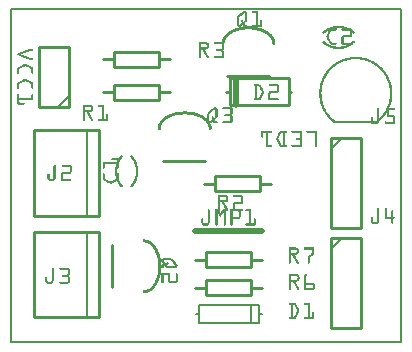
<source format=gto>
G04 MADE WITH FRITZING*
G04 WWW.FRITZING.ORG*
G04 SINGLE SIDED*
G04 HOLES NOT PLATED*
G04 CONTOUR ON CENTER OF CONTOUR VECTOR*
%ASAXBY*%
%FSLAX23Y23*%
%MOIN*%
%OFA0B0*%
%SFA1.0B1.0*%
%ADD10R,1.309320X1.118640X1.293320X1.102640*%
%ADD11C,0.008000*%
%ADD12C,0.010000*%
%ADD13C,0.005000*%
%ADD14C,0.020000*%
%ADD15C,0.021000*%
%ADD16R,0.001000X0.001000*%
%LNSILK1*%
G90*
G70*
G54D11*
X4Y1115D02*
X1305Y1115D01*
X1305Y4D01*
X4Y4D01*
X4Y1115D01*
D02*
G54D12*
X651Y609D02*
X511Y609D01*
D02*
X342Y188D02*
X342Y328D01*
D02*
X864Y893D02*
X724Y893D01*
G54D11*
D02*
X629Y129D02*
X829Y129D01*
D02*
X829Y129D02*
X829Y99D01*
D02*
X829Y99D02*
X829Y69D01*
D02*
X829Y69D02*
X629Y69D01*
D02*
X629Y69D02*
X629Y99D01*
D02*
X629Y99D02*
X629Y129D01*
D02*
X829Y99D02*
X839Y99D01*
D02*
X629Y99D02*
X619Y99D01*
D02*
X804Y124D02*
X804Y74D01*
G54D12*
D02*
X309Y948D02*
X346Y948D01*
D02*
X496Y948D02*
X534Y948D01*
D02*
X346Y973D02*
X496Y973D01*
D02*
X496Y973D02*
X496Y923D01*
D02*
X496Y923D02*
X346Y923D01*
D02*
X346Y923D02*
X346Y973D01*
D02*
X309Y838D02*
X346Y838D01*
D02*
X496Y838D02*
X534Y838D01*
D02*
X346Y863D02*
X496Y863D01*
D02*
X496Y863D02*
X496Y813D01*
D02*
X496Y813D02*
X346Y813D01*
D02*
X346Y813D02*
X346Y863D01*
D02*
X196Y789D02*
X196Y989D01*
D02*
X196Y989D02*
X96Y989D01*
D02*
X96Y989D02*
X96Y789D01*
D02*
X96Y789D02*
X196Y789D01*
G54D13*
D02*
X196Y824D02*
X161Y789D01*
G54D12*
D02*
X842Y186D02*
X805Y186D01*
D02*
X655Y186D02*
X617Y186D01*
D02*
X805Y161D02*
X655Y161D01*
D02*
X655Y161D02*
X655Y211D01*
D02*
X655Y211D02*
X805Y211D01*
D02*
X805Y211D02*
X805Y161D01*
D02*
X872Y532D02*
X835Y532D01*
D02*
X685Y532D02*
X647Y532D01*
D02*
X835Y507D02*
X685Y507D01*
D02*
X685Y507D02*
X685Y557D01*
D02*
X685Y557D02*
X835Y557D01*
D02*
X835Y557D02*
X835Y507D01*
D02*
X82Y373D02*
X82Y88D01*
D02*
X82Y88D02*
X298Y88D01*
D02*
X298Y88D02*
X298Y373D01*
D02*
X298Y373D02*
X82Y373D01*
G54D13*
D02*
X258Y88D02*
X258Y373D01*
G54D12*
D02*
X82Y712D02*
X82Y426D01*
D02*
X82Y426D02*
X298Y426D01*
D02*
X298Y426D02*
X298Y712D01*
D02*
X298Y712D02*
X82Y712D01*
G54D13*
D02*
X258Y426D02*
X258Y712D01*
G54D12*
D02*
X616Y279D02*
X653Y279D01*
D02*
X803Y279D02*
X841Y279D01*
D02*
X653Y304D02*
X803Y304D01*
D02*
X803Y304D02*
X803Y254D01*
D02*
X803Y254D02*
X653Y254D01*
D02*
X653Y254D02*
X653Y304D01*
D02*
X722Y839D02*
X735Y839D01*
D02*
X930Y839D02*
X937Y839D01*
D02*
X735Y884D02*
X930Y884D01*
D02*
X930Y884D02*
X930Y794D01*
D02*
X930Y794D02*
X735Y794D01*
D02*
X735Y794D02*
X735Y884D01*
G54D14*
D02*
X755Y794D02*
X755Y884D01*
G54D15*
D02*
X617Y374D02*
X842Y374D01*
G54D12*
D02*
X1072Y351D02*
X1072Y51D01*
D02*
X1072Y51D02*
X1172Y51D01*
D02*
X1172Y51D02*
X1172Y351D01*
D02*
X1172Y351D02*
X1072Y351D01*
G54D13*
D02*
X1072Y316D02*
X1107Y351D01*
G54D12*
D02*
X1072Y684D02*
X1072Y384D01*
D02*
X1072Y384D02*
X1172Y384D01*
D02*
X1172Y384D02*
X1172Y684D01*
D02*
X1172Y684D02*
X1072Y684D01*
G54D13*
D02*
X1072Y649D02*
X1107Y684D01*
G54D16*
X781Y1109D02*
X785Y1109D01*
X809Y1109D02*
X827Y1109D01*
X779Y1108D02*
X787Y1108D01*
X808Y1108D02*
X827Y1108D01*
X778Y1107D02*
X788Y1107D01*
X808Y1107D02*
X827Y1107D01*
X776Y1106D02*
X789Y1106D01*
X807Y1106D02*
X827Y1106D01*
X775Y1105D02*
X790Y1105D01*
X808Y1105D02*
X827Y1105D01*
X774Y1104D02*
X790Y1104D01*
X808Y1104D02*
X827Y1104D01*
X773Y1103D02*
X791Y1103D01*
X809Y1103D02*
X827Y1103D01*
X772Y1102D02*
X782Y1102D01*
X784Y1102D02*
X791Y1102D01*
X821Y1102D02*
X827Y1102D01*
X770Y1101D02*
X780Y1101D01*
X785Y1101D02*
X791Y1101D01*
X821Y1101D02*
X827Y1101D01*
X769Y1100D02*
X779Y1100D01*
X785Y1100D02*
X791Y1100D01*
X821Y1100D02*
X827Y1100D01*
X768Y1099D02*
X778Y1099D01*
X785Y1099D02*
X791Y1099D01*
X821Y1099D02*
X827Y1099D01*
X767Y1098D02*
X777Y1098D01*
X785Y1098D02*
X791Y1098D01*
X821Y1098D02*
X827Y1098D01*
X766Y1097D02*
X776Y1097D01*
X785Y1097D02*
X791Y1097D01*
X821Y1097D02*
X827Y1097D01*
X764Y1096D02*
X774Y1096D01*
X785Y1096D02*
X791Y1096D01*
X821Y1096D02*
X827Y1096D01*
X763Y1095D02*
X773Y1095D01*
X785Y1095D02*
X791Y1095D01*
X821Y1095D02*
X827Y1095D01*
X762Y1094D02*
X772Y1094D01*
X785Y1094D02*
X791Y1094D01*
X821Y1094D02*
X827Y1094D01*
X761Y1093D02*
X771Y1093D01*
X785Y1093D02*
X791Y1093D01*
X821Y1093D02*
X827Y1093D01*
X760Y1092D02*
X770Y1092D01*
X785Y1092D02*
X791Y1092D01*
X821Y1092D02*
X827Y1092D01*
X760Y1091D02*
X768Y1091D01*
X785Y1091D02*
X791Y1091D01*
X821Y1091D02*
X827Y1091D01*
X759Y1090D02*
X767Y1090D01*
X785Y1090D02*
X791Y1090D01*
X821Y1090D02*
X827Y1090D01*
X759Y1089D02*
X766Y1089D01*
X785Y1089D02*
X791Y1089D01*
X821Y1089D02*
X827Y1089D01*
X758Y1088D02*
X765Y1088D01*
X785Y1088D02*
X791Y1088D01*
X821Y1088D02*
X827Y1088D01*
X758Y1087D02*
X764Y1087D01*
X785Y1087D02*
X791Y1087D01*
X821Y1087D02*
X827Y1087D01*
X758Y1086D02*
X764Y1086D01*
X785Y1086D02*
X791Y1086D01*
X821Y1086D02*
X827Y1086D01*
X758Y1085D02*
X764Y1085D01*
X785Y1085D02*
X791Y1085D01*
X821Y1085D02*
X827Y1085D01*
X757Y1084D02*
X763Y1084D01*
X785Y1084D02*
X791Y1084D01*
X821Y1084D02*
X827Y1084D01*
X757Y1083D02*
X763Y1083D01*
X785Y1083D02*
X791Y1083D01*
X821Y1083D02*
X827Y1083D01*
X757Y1082D02*
X763Y1082D01*
X785Y1082D02*
X791Y1082D01*
X821Y1082D02*
X827Y1082D01*
X757Y1081D02*
X763Y1081D01*
X785Y1081D02*
X791Y1081D01*
X821Y1081D02*
X827Y1081D01*
X757Y1080D02*
X763Y1080D01*
X785Y1080D02*
X791Y1080D01*
X821Y1080D02*
X827Y1080D01*
X757Y1079D02*
X763Y1079D01*
X772Y1079D02*
X776Y1079D01*
X785Y1079D02*
X791Y1079D01*
X821Y1079D02*
X827Y1079D01*
X836Y1079D02*
X840Y1079D01*
X757Y1078D02*
X763Y1078D01*
X772Y1078D02*
X777Y1078D01*
X784Y1078D02*
X791Y1078D01*
X821Y1078D02*
X827Y1078D01*
X835Y1078D02*
X841Y1078D01*
X757Y1077D02*
X763Y1077D01*
X771Y1077D02*
X777Y1077D01*
X783Y1077D02*
X790Y1077D01*
X821Y1077D02*
X827Y1077D01*
X835Y1077D02*
X841Y1077D01*
X757Y1076D02*
X763Y1076D01*
X771Y1076D02*
X778Y1076D01*
X783Y1076D02*
X790Y1076D01*
X821Y1076D02*
X827Y1076D01*
X835Y1076D02*
X841Y1076D01*
X757Y1075D02*
X763Y1075D01*
X771Y1075D02*
X778Y1075D01*
X781Y1075D02*
X789Y1075D01*
X821Y1075D02*
X827Y1075D01*
X835Y1075D02*
X841Y1075D01*
X757Y1074D02*
X763Y1074D01*
X772Y1074D02*
X778Y1074D01*
X780Y1074D02*
X789Y1074D01*
X821Y1074D02*
X827Y1074D01*
X835Y1074D02*
X841Y1074D01*
X757Y1073D02*
X763Y1073D01*
X772Y1073D02*
X788Y1073D01*
X821Y1073D02*
X827Y1073D01*
X835Y1073D02*
X841Y1073D01*
X757Y1072D02*
X763Y1072D01*
X773Y1072D02*
X787Y1072D01*
X821Y1072D02*
X827Y1072D01*
X835Y1072D02*
X841Y1072D01*
X757Y1071D02*
X763Y1071D01*
X773Y1071D02*
X786Y1071D01*
X821Y1071D02*
X827Y1071D01*
X835Y1071D02*
X841Y1071D01*
X757Y1070D02*
X763Y1070D01*
X773Y1070D02*
X785Y1070D01*
X821Y1070D02*
X827Y1070D01*
X835Y1070D02*
X841Y1070D01*
X757Y1069D02*
X763Y1069D01*
X774Y1069D02*
X784Y1069D01*
X821Y1069D02*
X827Y1069D01*
X835Y1069D02*
X841Y1069D01*
X757Y1068D02*
X763Y1068D01*
X773Y1068D02*
X783Y1068D01*
X821Y1068D02*
X827Y1068D01*
X835Y1068D02*
X841Y1068D01*
X757Y1067D02*
X763Y1067D01*
X772Y1067D02*
X782Y1067D01*
X821Y1067D02*
X827Y1067D01*
X835Y1067D02*
X841Y1067D01*
X757Y1066D02*
X763Y1066D01*
X771Y1066D02*
X781Y1066D01*
X821Y1066D02*
X827Y1066D01*
X835Y1066D02*
X841Y1066D01*
X757Y1065D02*
X763Y1065D01*
X770Y1065D02*
X782Y1065D01*
X821Y1065D02*
X827Y1065D01*
X835Y1065D02*
X841Y1065D01*
X757Y1064D02*
X763Y1064D01*
X768Y1064D02*
X782Y1064D01*
X821Y1064D02*
X827Y1064D01*
X835Y1064D02*
X841Y1064D01*
X757Y1063D02*
X764Y1063D01*
X767Y1063D02*
X783Y1063D01*
X821Y1063D02*
X827Y1063D01*
X835Y1063D02*
X841Y1063D01*
X758Y1062D02*
X789Y1062D01*
X810Y1062D02*
X841Y1062D01*
X758Y1061D02*
X775Y1061D01*
X777Y1061D02*
X790Y1061D01*
X808Y1061D02*
X841Y1061D01*
X758Y1060D02*
X773Y1060D01*
X777Y1060D02*
X791Y1060D01*
X808Y1060D02*
X841Y1060D01*
X759Y1059D02*
X772Y1059D01*
X778Y1059D02*
X791Y1059D01*
X807Y1059D02*
X841Y1059D01*
X1088Y1059D02*
X1103Y1059D01*
X760Y1058D02*
X771Y1058D01*
X778Y1058D02*
X791Y1058D01*
X808Y1058D02*
X841Y1058D01*
X1081Y1058D02*
X1110Y1058D01*
X761Y1057D02*
X770Y1057D01*
X778Y1057D02*
X806Y1057D01*
X808Y1057D02*
X840Y1057D01*
X1077Y1057D02*
X1115Y1057D01*
X763Y1056D02*
X768Y1056D01*
X776Y1056D02*
X839Y1056D01*
X1073Y1056D02*
X1118Y1056D01*
X770Y1055D02*
X821Y1055D01*
X1070Y1055D02*
X1121Y1055D01*
X765Y1054D02*
X826Y1054D01*
X1067Y1054D02*
X1124Y1054D01*
X761Y1053D02*
X830Y1053D01*
X1065Y1053D02*
X1127Y1053D01*
X758Y1052D02*
X833Y1052D01*
X1062Y1052D02*
X1129Y1052D01*
X755Y1051D02*
X837Y1051D01*
X1060Y1051D02*
X1084Y1051D01*
X1107Y1051D02*
X1131Y1051D01*
X752Y1050D02*
X839Y1050D01*
X1058Y1050D02*
X1089Y1050D01*
X1108Y1050D02*
X1136Y1050D01*
X749Y1049D02*
X842Y1049D01*
X1057Y1049D02*
X1089Y1049D01*
X1107Y1049D02*
X1138Y1049D01*
X747Y1048D02*
X845Y1048D01*
X1055Y1048D02*
X1090Y1048D01*
X1106Y1048D02*
X1139Y1048D01*
X744Y1047D02*
X784Y1047D01*
X807Y1047D02*
X847Y1047D01*
X1053Y1047D02*
X1090Y1047D01*
X1106Y1047D02*
X1139Y1047D01*
X742Y1046D02*
X775Y1046D01*
X816Y1046D02*
X849Y1046D01*
X1052Y1046D02*
X1090Y1046D01*
X1107Y1046D02*
X1140Y1046D01*
X740Y1045D02*
X770Y1045D01*
X822Y1045D02*
X851Y1045D01*
X1050Y1045D02*
X1089Y1045D01*
X1107Y1045D02*
X1141Y1045D01*
X738Y1044D02*
X765Y1044D01*
X826Y1044D02*
X853Y1044D01*
X1049Y1044D02*
X1087Y1044D01*
X1109Y1044D02*
X1142Y1044D01*
X736Y1043D02*
X761Y1043D01*
X830Y1043D02*
X855Y1043D01*
X1048Y1043D02*
X1061Y1043D01*
X1064Y1043D02*
X1071Y1043D01*
X1130Y1043D02*
X1144Y1043D01*
X735Y1042D02*
X758Y1042D01*
X833Y1042D02*
X857Y1042D01*
X1046Y1042D02*
X1059Y1042D01*
X1063Y1042D02*
X1070Y1042D01*
X1132Y1042D02*
X1145Y1042D01*
X733Y1041D02*
X755Y1041D01*
X836Y1041D02*
X858Y1041D01*
X1045Y1041D02*
X1058Y1041D01*
X1063Y1041D02*
X1070Y1041D01*
X1134Y1041D02*
X1146Y1041D01*
X731Y1040D02*
X752Y1040D01*
X839Y1040D02*
X860Y1040D01*
X1044Y1040D02*
X1056Y1040D01*
X1062Y1040D02*
X1069Y1040D01*
X1134Y1040D02*
X1147Y1040D01*
X730Y1039D02*
X750Y1039D01*
X841Y1039D02*
X861Y1039D01*
X1043Y1039D02*
X1055Y1039D01*
X1062Y1039D02*
X1069Y1039D01*
X1134Y1039D02*
X1148Y1039D01*
X729Y1038D02*
X748Y1038D01*
X844Y1038D02*
X863Y1038D01*
X1042Y1038D02*
X1053Y1038D01*
X1061Y1038D02*
X1068Y1038D01*
X1134Y1038D02*
X1149Y1038D01*
X727Y1037D02*
X745Y1037D01*
X846Y1037D02*
X864Y1037D01*
X1042Y1037D02*
X1052Y1037D01*
X1061Y1037D02*
X1068Y1037D01*
X1134Y1037D02*
X1149Y1037D01*
X726Y1036D02*
X743Y1036D01*
X848Y1036D02*
X865Y1036D01*
X1042Y1036D02*
X1051Y1036D01*
X1060Y1036D02*
X1067Y1036D01*
X1134Y1036D02*
X1149Y1036D01*
X725Y1035D02*
X742Y1035D01*
X850Y1035D02*
X866Y1035D01*
X1042Y1035D02*
X1049Y1035D01*
X1060Y1035D02*
X1067Y1035D01*
X1134Y1035D02*
X1140Y1035D01*
X1142Y1035D02*
X1148Y1035D01*
X724Y1034D02*
X740Y1034D01*
X851Y1034D02*
X868Y1034D01*
X1043Y1034D02*
X1048Y1034D01*
X1060Y1034D02*
X1066Y1034D01*
X1134Y1034D02*
X1140Y1034D01*
X1143Y1034D02*
X1148Y1034D01*
X723Y1033D02*
X738Y1033D01*
X853Y1033D02*
X869Y1033D01*
X1044Y1033D02*
X1047Y1033D01*
X1059Y1033D02*
X1066Y1033D01*
X1134Y1033D02*
X1140Y1033D01*
X1145Y1033D02*
X1146Y1033D01*
X721Y1032D02*
X736Y1032D01*
X855Y1032D02*
X870Y1032D01*
X1059Y1032D02*
X1065Y1032D01*
X1134Y1032D02*
X1140Y1032D01*
X721Y1031D02*
X735Y1031D01*
X856Y1031D02*
X871Y1031D01*
X1058Y1031D02*
X1065Y1031D01*
X1134Y1031D02*
X1140Y1031D01*
X720Y1030D02*
X734Y1030D01*
X858Y1030D02*
X872Y1030D01*
X1058Y1030D02*
X1064Y1030D01*
X1134Y1030D02*
X1140Y1030D01*
X719Y1029D02*
X732Y1029D01*
X859Y1029D02*
X873Y1029D01*
X1057Y1029D02*
X1064Y1029D01*
X1134Y1029D02*
X1140Y1029D01*
X718Y1028D02*
X731Y1028D01*
X860Y1028D02*
X873Y1028D01*
X1057Y1028D02*
X1063Y1028D01*
X1134Y1028D02*
X1140Y1028D01*
X717Y1027D02*
X730Y1027D01*
X862Y1027D02*
X874Y1027D01*
X1057Y1027D02*
X1063Y1027D01*
X1111Y1027D02*
X1140Y1027D01*
X716Y1026D02*
X728Y1026D01*
X863Y1026D02*
X875Y1026D01*
X1057Y1026D02*
X1063Y1026D01*
X1109Y1026D02*
X1140Y1026D01*
X715Y1025D02*
X727Y1025D01*
X864Y1025D02*
X876Y1025D01*
X1056Y1025D02*
X1062Y1025D01*
X1108Y1025D02*
X1139Y1025D01*
X715Y1024D02*
X726Y1024D01*
X865Y1024D02*
X877Y1024D01*
X1056Y1024D02*
X1062Y1024D01*
X1107Y1024D02*
X1139Y1024D01*
X714Y1023D02*
X725Y1023D01*
X866Y1023D02*
X877Y1023D01*
X1056Y1023D02*
X1062Y1023D01*
X1107Y1023D02*
X1138Y1023D01*
X713Y1022D02*
X724Y1022D01*
X867Y1022D02*
X878Y1022D01*
X1056Y1022D02*
X1063Y1022D01*
X1107Y1022D02*
X1137Y1022D01*
X713Y1021D02*
X724Y1021D01*
X868Y1021D02*
X879Y1021D01*
X1057Y1021D02*
X1063Y1021D01*
X1106Y1021D02*
X1136Y1021D01*
X712Y1020D02*
X723Y1020D01*
X868Y1020D02*
X879Y1020D01*
X1057Y1020D02*
X1063Y1020D01*
X1106Y1020D02*
X1112Y1020D01*
X711Y1019D02*
X722Y1019D01*
X869Y1019D02*
X880Y1019D01*
X1057Y1019D02*
X1064Y1019D01*
X1106Y1019D02*
X1112Y1019D01*
X711Y1018D02*
X721Y1018D01*
X870Y1018D02*
X880Y1018D01*
X1058Y1018D02*
X1064Y1018D01*
X1106Y1018D02*
X1112Y1018D01*
X710Y1017D02*
X721Y1017D01*
X871Y1017D02*
X881Y1017D01*
X1058Y1017D02*
X1065Y1017D01*
X1106Y1017D02*
X1112Y1017D01*
X710Y1016D02*
X720Y1016D01*
X871Y1016D02*
X881Y1016D01*
X1058Y1016D02*
X1065Y1016D01*
X1106Y1016D02*
X1112Y1016D01*
X710Y1015D02*
X719Y1015D01*
X872Y1015D02*
X882Y1015D01*
X1059Y1015D02*
X1066Y1015D01*
X1106Y1015D02*
X1112Y1015D01*
X709Y1014D02*
X719Y1014D01*
X872Y1014D02*
X882Y1014D01*
X1059Y1014D02*
X1066Y1014D01*
X1106Y1014D02*
X1112Y1014D01*
X709Y1013D02*
X718Y1013D01*
X873Y1013D02*
X883Y1013D01*
X1060Y1013D02*
X1067Y1013D01*
X1106Y1013D02*
X1112Y1013D01*
X708Y1012D02*
X718Y1012D01*
X873Y1012D02*
X883Y1012D01*
X1060Y1012D02*
X1067Y1012D01*
X1106Y1012D02*
X1112Y1012D01*
X708Y1011D02*
X717Y1011D01*
X874Y1011D02*
X883Y1011D01*
X1061Y1011D02*
X1068Y1011D01*
X1106Y1011D02*
X1112Y1011D01*
X708Y1010D02*
X717Y1010D01*
X874Y1010D02*
X884Y1010D01*
X1061Y1010D02*
X1068Y1010D01*
X1106Y1010D02*
X1112Y1010D01*
X707Y1009D02*
X717Y1009D01*
X874Y1009D02*
X884Y1009D01*
X1062Y1009D02*
X1069Y1009D01*
X1106Y1009D02*
X1112Y1009D01*
X707Y1008D02*
X716Y1008D01*
X875Y1008D02*
X884Y1008D01*
X1044Y1008D02*
X1047Y1008D01*
X1062Y1008D02*
X1069Y1008D01*
X1106Y1008D02*
X1112Y1008D01*
X1144Y1008D02*
X1148Y1008D01*
X707Y1007D02*
X716Y1007D01*
X875Y1007D02*
X884Y1007D01*
X1043Y1007D02*
X1049Y1007D01*
X1063Y1007D02*
X1070Y1007D01*
X1106Y1007D02*
X1112Y1007D01*
X1142Y1007D02*
X1149Y1007D01*
X707Y1006D02*
X716Y1006D01*
X875Y1006D02*
X884Y1006D01*
X1043Y1006D02*
X1050Y1006D01*
X1063Y1006D02*
X1070Y1006D01*
X1106Y1006D02*
X1112Y1006D01*
X1141Y1006D02*
X1149Y1006D01*
X707Y1005D02*
X716Y1005D01*
X875Y1005D02*
X885Y1005D01*
X1042Y1005D02*
X1051Y1005D01*
X1064Y1005D02*
X1071Y1005D01*
X1106Y1005D02*
X1112Y1005D01*
X1140Y1005D02*
X1149Y1005D01*
X630Y1004D02*
X657Y1004D01*
X682Y1004D02*
X716Y1004D01*
X876Y1004D02*
X885Y1004D01*
X1042Y1004D02*
X1052Y1004D01*
X1064Y1004D02*
X1072Y1004D01*
X1106Y1004D02*
X1113Y1004D01*
X1139Y1004D02*
X1149Y1004D01*
X630Y1003D02*
X659Y1003D01*
X681Y1003D02*
X715Y1003D01*
X876Y1003D02*
X885Y1003D01*
X1043Y1003D02*
X1054Y1003D01*
X1065Y1003D02*
X1089Y1003D01*
X1106Y1003D02*
X1149Y1003D01*
X630Y1002D02*
X660Y1002D01*
X680Y1002D02*
X715Y1002D01*
X876Y1002D02*
X885Y1002D01*
X1043Y1002D02*
X1055Y1002D01*
X1066Y1002D02*
X1089Y1002D01*
X1106Y1002D02*
X1148Y1002D01*
X630Y1001D02*
X661Y1001D01*
X680Y1001D02*
X715Y1001D01*
X876Y1001D02*
X885Y1001D01*
X1044Y1001D02*
X1057Y1001D01*
X1066Y1001D02*
X1090Y1001D01*
X1106Y1001D02*
X1147Y1001D01*
X630Y1000D02*
X662Y1000D01*
X680Y1000D02*
X715Y1000D01*
X876Y1000D02*
X885Y1000D01*
X1046Y1000D02*
X1058Y1000D01*
X1067Y1000D02*
X1090Y1000D01*
X1106Y1000D02*
X1145Y1000D01*
X630Y999D02*
X662Y999D01*
X681Y999D02*
X715Y999D01*
X876Y999D02*
X885Y999D01*
X1047Y999D02*
X1060Y999D01*
X1068Y999D02*
X1090Y999D01*
X1106Y999D02*
X1144Y999D01*
X630Y998D02*
X663Y998D01*
X682Y998D02*
X715Y998D01*
X877Y998D02*
X884Y998D01*
X1048Y998D02*
X1062Y998D01*
X1070Y998D02*
X1089Y998D01*
X1106Y998D02*
X1143Y998D01*
X630Y997D02*
X636Y997D01*
X656Y997D02*
X663Y997D01*
X707Y997D02*
X714Y997D01*
X877Y997D02*
X883Y997D01*
X1049Y997D02*
X1064Y997D01*
X1072Y997D02*
X1087Y997D01*
X1107Y997D02*
X1142Y997D01*
X630Y996D02*
X636Y996D01*
X657Y996D02*
X663Y996D01*
X708Y996D02*
X714Y996D01*
X879Y996D02*
X882Y996D01*
X1051Y996D02*
X1066Y996D01*
X1125Y996D02*
X1140Y996D01*
X630Y995D02*
X636Y995D01*
X657Y995D02*
X664Y995D01*
X708Y995D02*
X714Y995D01*
X1053Y995D02*
X1068Y995D01*
X1123Y995D02*
X1139Y995D01*
X630Y994D02*
X636Y994D01*
X658Y994D02*
X664Y994D01*
X708Y994D02*
X714Y994D01*
X1054Y994D02*
X1070Y994D01*
X1121Y994D02*
X1137Y994D01*
X630Y993D02*
X636Y993D01*
X658Y993D02*
X664Y993D01*
X708Y993D02*
X714Y993D01*
X1056Y993D02*
X1074Y993D01*
X1118Y993D02*
X1136Y993D01*
X630Y992D02*
X636Y992D01*
X658Y992D02*
X664Y992D01*
X708Y992D02*
X714Y992D01*
X1057Y992D02*
X1077Y992D01*
X1115Y992D02*
X1134Y992D01*
X630Y991D02*
X636Y991D01*
X658Y991D02*
X664Y991D01*
X708Y991D02*
X714Y991D01*
X1059Y991D02*
X1081Y991D01*
X1110Y991D02*
X1132Y991D01*
X630Y990D02*
X636Y990D01*
X658Y990D02*
X664Y990D01*
X708Y990D02*
X714Y990D01*
X1061Y990D02*
X1087Y990D01*
X1104Y990D02*
X1130Y990D01*
X630Y989D02*
X636Y989D01*
X657Y989D02*
X664Y989D01*
X708Y989D02*
X714Y989D01*
X1063Y989D02*
X1128Y989D01*
X630Y988D02*
X636Y988D01*
X656Y988D02*
X663Y988D01*
X708Y988D02*
X714Y988D01*
X1066Y988D02*
X1125Y988D01*
X630Y987D02*
X663Y987D01*
X708Y987D02*
X714Y987D01*
X1068Y987D02*
X1123Y987D01*
X630Y986D02*
X663Y986D01*
X708Y986D02*
X714Y986D01*
X1071Y986D02*
X1120Y986D01*
X630Y985D02*
X662Y985D01*
X708Y985D02*
X714Y985D01*
X1074Y985D02*
X1117Y985D01*
X630Y984D02*
X661Y984D01*
X708Y984D02*
X714Y984D01*
X1079Y984D02*
X1113Y984D01*
X630Y983D02*
X660Y983D01*
X707Y983D02*
X713Y983D01*
X1084Y983D02*
X1107Y983D01*
X630Y982D02*
X659Y982D01*
X706Y982D02*
X713Y982D01*
X62Y981D02*
X77Y981D01*
X630Y981D02*
X658Y981D01*
X690Y981D02*
X713Y981D01*
X60Y980D02*
X78Y980D01*
X630Y980D02*
X653Y980D01*
X688Y980D02*
X713Y980D01*
X57Y979D02*
X78Y979D01*
X630Y979D02*
X636Y979D01*
X642Y979D02*
X650Y979D01*
X687Y979D02*
X712Y979D01*
X55Y978D02*
X78Y978D01*
X630Y978D02*
X636Y978D01*
X643Y978D02*
X650Y978D01*
X687Y978D02*
X711Y978D01*
X52Y977D02*
X78Y977D01*
X630Y977D02*
X636Y977D01*
X644Y977D02*
X651Y977D01*
X687Y977D02*
X711Y977D01*
X49Y976D02*
X78Y976D01*
X630Y976D02*
X636Y976D01*
X644Y976D02*
X651Y976D01*
X687Y976D02*
X712Y976D01*
X47Y975D02*
X77Y975D01*
X630Y975D02*
X636Y975D01*
X645Y975D02*
X652Y975D01*
X688Y975D02*
X713Y975D01*
X44Y974D02*
X63Y974D01*
X630Y974D02*
X636Y974D01*
X645Y974D02*
X653Y974D01*
X705Y974D02*
X713Y974D01*
X42Y973D02*
X60Y973D01*
X630Y973D02*
X636Y973D01*
X646Y973D02*
X653Y973D01*
X707Y973D02*
X713Y973D01*
X39Y972D02*
X58Y972D01*
X630Y972D02*
X636Y972D01*
X647Y972D02*
X654Y972D01*
X707Y972D02*
X714Y972D01*
X37Y971D02*
X55Y971D01*
X630Y971D02*
X636Y971D01*
X647Y971D02*
X654Y971D01*
X708Y971D02*
X714Y971D01*
X34Y970D02*
X52Y970D01*
X630Y970D02*
X636Y970D01*
X648Y970D02*
X655Y970D01*
X708Y970D02*
X714Y970D01*
X31Y969D02*
X50Y969D01*
X630Y969D02*
X636Y969D01*
X648Y969D02*
X655Y969D01*
X708Y969D02*
X714Y969D01*
X29Y968D02*
X47Y968D01*
X630Y968D02*
X636Y968D01*
X649Y968D02*
X656Y968D01*
X708Y968D02*
X714Y968D01*
X27Y967D02*
X45Y967D01*
X630Y967D02*
X636Y967D01*
X649Y967D02*
X657Y967D01*
X708Y967D02*
X714Y967D01*
X26Y966D02*
X42Y966D01*
X630Y966D02*
X636Y966D01*
X650Y966D02*
X657Y966D01*
X708Y966D02*
X714Y966D01*
X25Y965D02*
X40Y965D01*
X630Y965D02*
X636Y965D01*
X651Y965D02*
X658Y965D01*
X708Y965D02*
X714Y965D01*
X25Y964D02*
X38Y964D01*
X630Y964D02*
X636Y964D01*
X651Y964D02*
X658Y964D01*
X708Y964D02*
X714Y964D01*
X26Y963D02*
X41Y963D01*
X630Y963D02*
X636Y963D01*
X652Y963D02*
X659Y963D01*
X708Y963D02*
X714Y963D01*
X26Y962D02*
X43Y962D01*
X630Y962D02*
X636Y962D01*
X652Y962D02*
X660Y962D01*
X708Y962D02*
X714Y962D01*
X27Y961D02*
X46Y961D01*
X630Y961D02*
X636Y961D01*
X653Y961D02*
X660Y961D01*
X708Y961D02*
X714Y961D01*
X30Y960D02*
X48Y960D01*
X630Y960D02*
X636Y960D01*
X654Y960D02*
X661Y960D01*
X708Y960D02*
X714Y960D01*
X32Y959D02*
X51Y959D01*
X630Y959D02*
X636Y959D01*
X654Y959D02*
X661Y959D01*
X708Y959D02*
X714Y959D01*
X35Y958D02*
X53Y958D01*
X630Y958D02*
X636Y958D01*
X655Y958D02*
X662Y958D01*
X708Y958D02*
X714Y958D01*
X38Y957D02*
X56Y957D01*
X630Y957D02*
X636Y957D01*
X655Y957D02*
X662Y957D01*
X682Y957D02*
X714Y957D01*
X40Y956D02*
X58Y956D01*
X630Y956D02*
X636Y956D01*
X656Y956D02*
X663Y956D01*
X681Y956D02*
X713Y956D01*
X43Y955D02*
X61Y955D01*
X630Y955D02*
X636Y955D01*
X656Y955D02*
X663Y955D01*
X680Y955D02*
X713Y955D01*
X1140Y955D02*
X1166Y955D01*
X45Y954D02*
X64Y954D01*
X630Y954D02*
X636Y954D01*
X657Y954D02*
X664Y954D01*
X680Y954D02*
X713Y954D01*
X1133Y954D02*
X1173Y954D01*
X48Y953D02*
X77Y953D01*
X630Y953D02*
X636Y953D01*
X658Y953D02*
X663Y953D01*
X680Y953D02*
X712Y953D01*
X1128Y953D02*
X1178Y953D01*
X50Y952D02*
X78Y952D01*
X631Y952D02*
X635Y952D01*
X658Y952D02*
X663Y952D01*
X681Y952D02*
X711Y952D01*
X1123Y952D02*
X1183Y952D01*
X53Y951D02*
X78Y951D01*
X632Y951D02*
X634Y951D01*
X659Y951D02*
X662Y951D01*
X682Y951D02*
X709Y951D01*
X1120Y951D02*
X1186Y951D01*
X55Y950D02*
X78Y950D01*
X1117Y950D02*
X1190Y950D01*
X58Y949D02*
X78Y949D01*
X1114Y949D02*
X1193Y949D01*
X61Y948D02*
X77Y948D01*
X1111Y948D02*
X1195Y948D01*
X63Y947D02*
X76Y947D01*
X1108Y947D02*
X1138Y947D01*
X1169Y947D02*
X1198Y947D01*
X1106Y946D02*
X1132Y946D01*
X1175Y946D02*
X1200Y946D01*
X1103Y945D02*
X1127Y945D01*
X1180Y945D02*
X1203Y945D01*
X1101Y944D02*
X1123Y944D01*
X1184Y944D02*
X1205Y944D01*
X1099Y943D02*
X1119Y943D01*
X1187Y943D02*
X1207Y943D01*
X1097Y942D02*
X1116Y942D01*
X1190Y942D02*
X1209Y942D01*
X1095Y941D02*
X1113Y941D01*
X1193Y941D02*
X1211Y941D01*
X1094Y940D02*
X1111Y940D01*
X1196Y940D02*
X1213Y940D01*
X1092Y939D02*
X1108Y939D01*
X1198Y939D02*
X1214Y939D01*
X1090Y938D02*
X1106Y938D01*
X1200Y938D02*
X1216Y938D01*
X1089Y937D02*
X1104Y937D01*
X1203Y937D02*
X1218Y937D01*
X1087Y936D02*
X1102Y936D01*
X1204Y936D02*
X1219Y936D01*
X1086Y935D02*
X1100Y935D01*
X1206Y935D02*
X1221Y935D01*
X1084Y934D02*
X1098Y934D01*
X1208Y934D02*
X1222Y934D01*
X1083Y933D02*
X1096Y933D01*
X1210Y933D02*
X1224Y933D01*
X1081Y932D02*
X1094Y932D01*
X1212Y932D02*
X1225Y932D01*
X49Y931D02*
X55Y931D01*
X1080Y931D02*
X1093Y931D01*
X1213Y931D02*
X1226Y931D01*
X46Y930D02*
X58Y930D01*
X1079Y930D02*
X1091Y930D01*
X1215Y930D02*
X1228Y930D01*
X44Y929D02*
X60Y929D01*
X1077Y929D02*
X1089Y929D01*
X1217Y929D02*
X1229Y929D01*
X42Y928D02*
X62Y928D01*
X1076Y928D02*
X1088Y928D01*
X1218Y928D02*
X1230Y928D01*
X40Y927D02*
X64Y927D01*
X1075Y927D02*
X1087Y927D01*
X1219Y927D02*
X1231Y927D01*
X38Y926D02*
X66Y926D01*
X1074Y926D02*
X1085Y926D01*
X1221Y926D02*
X1232Y926D01*
X36Y925D02*
X68Y925D01*
X1073Y925D02*
X1084Y925D01*
X1222Y925D02*
X1234Y925D01*
X34Y924D02*
X49Y924D01*
X55Y924D02*
X70Y924D01*
X1071Y924D02*
X1083Y924D01*
X1224Y924D02*
X1235Y924D01*
X32Y923D02*
X46Y923D01*
X58Y923D02*
X72Y923D01*
X1070Y923D02*
X1081Y923D01*
X1225Y923D02*
X1236Y923D01*
X30Y922D02*
X44Y922D01*
X59Y922D02*
X74Y922D01*
X1069Y922D02*
X1080Y922D01*
X1226Y922D02*
X1237Y922D01*
X29Y921D02*
X42Y921D01*
X61Y921D02*
X75Y921D01*
X1068Y921D02*
X1079Y921D01*
X1227Y921D02*
X1238Y921D01*
X28Y920D02*
X40Y920D01*
X63Y920D02*
X76Y920D01*
X1067Y920D02*
X1078Y920D01*
X1228Y920D02*
X1239Y920D01*
X27Y919D02*
X38Y919D01*
X65Y919D02*
X77Y919D01*
X1066Y919D02*
X1077Y919D01*
X1230Y919D02*
X1240Y919D01*
X27Y918D02*
X36Y918D01*
X67Y918D02*
X77Y918D01*
X1065Y918D02*
X1075Y918D01*
X1231Y918D02*
X1241Y918D01*
X26Y917D02*
X34Y917D01*
X69Y917D02*
X78Y917D01*
X1064Y917D02*
X1074Y917D01*
X1232Y917D02*
X1242Y917D01*
X26Y916D02*
X33Y916D01*
X71Y916D02*
X78Y916D01*
X1063Y916D02*
X1073Y916D01*
X1233Y916D02*
X1243Y916D01*
X25Y915D02*
X32Y915D01*
X72Y915D02*
X78Y915D01*
X1063Y915D02*
X1072Y915D01*
X1234Y915D02*
X1244Y915D01*
X25Y914D02*
X31Y914D01*
X72Y914D02*
X78Y914D01*
X1062Y914D02*
X1071Y914D01*
X1235Y914D02*
X1245Y914D01*
X25Y913D02*
X31Y913D01*
X72Y913D02*
X78Y913D01*
X1061Y913D02*
X1070Y913D01*
X1236Y913D02*
X1245Y913D01*
X25Y912D02*
X31Y912D01*
X72Y912D02*
X78Y912D01*
X1060Y912D02*
X1069Y912D01*
X1237Y912D02*
X1246Y912D01*
X25Y911D02*
X31Y911D01*
X72Y911D02*
X78Y911D01*
X1059Y911D02*
X1069Y911D01*
X1238Y911D02*
X1247Y911D01*
X25Y910D02*
X31Y910D01*
X72Y910D02*
X78Y910D01*
X1058Y910D02*
X1068Y910D01*
X1239Y910D02*
X1248Y910D01*
X25Y909D02*
X31Y909D01*
X72Y909D02*
X78Y909D01*
X1058Y909D02*
X1067Y909D01*
X1240Y909D02*
X1249Y909D01*
X25Y908D02*
X31Y908D01*
X72Y908D02*
X78Y908D01*
X1057Y908D02*
X1066Y908D01*
X1240Y908D02*
X1249Y908D01*
X25Y907D02*
X31Y907D01*
X72Y907D02*
X78Y907D01*
X1056Y907D02*
X1065Y907D01*
X1241Y907D02*
X1250Y907D01*
X25Y906D02*
X31Y906D01*
X72Y906D02*
X78Y906D01*
X1055Y906D02*
X1064Y906D01*
X1242Y906D02*
X1251Y906D01*
X25Y905D02*
X31Y905D01*
X72Y905D02*
X78Y905D01*
X1055Y905D02*
X1063Y905D01*
X1243Y905D02*
X1252Y905D01*
X25Y904D02*
X31Y904D01*
X72Y904D02*
X78Y904D01*
X1054Y904D02*
X1063Y904D01*
X1244Y904D02*
X1252Y904D01*
X25Y903D02*
X31Y903D01*
X72Y903D02*
X78Y903D01*
X1053Y903D02*
X1062Y903D01*
X1244Y903D02*
X1253Y903D01*
X25Y902D02*
X31Y902D01*
X72Y902D02*
X78Y902D01*
X1052Y902D02*
X1061Y902D01*
X1245Y902D02*
X1254Y902D01*
X25Y901D02*
X31Y901D01*
X72Y901D02*
X78Y901D01*
X1052Y901D02*
X1060Y901D01*
X1246Y901D02*
X1254Y901D01*
X25Y900D02*
X31Y900D01*
X73Y900D02*
X78Y900D01*
X1051Y900D02*
X1060Y900D01*
X1247Y900D02*
X1255Y900D01*
X26Y899D02*
X31Y899D01*
X73Y899D02*
X78Y899D01*
X1051Y899D02*
X1059Y899D01*
X1247Y899D02*
X1256Y899D01*
X26Y898D02*
X30Y898D01*
X74Y898D02*
X77Y898D01*
X1050Y898D02*
X1058Y898D01*
X1248Y898D02*
X1256Y898D01*
X28Y897D02*
X28Y897D01*
X1049Y897D02*
X1058Y897D01*
X1249Y897D02*
X1257Y897D01*
X1049Y896D02*
X1057Y896D01*
X1249Y896D02*
X1258Y896D01*
X1048Y895D02*
X1056Y895D01*
X1250Y895D02*
X1258Y895D01*
X1048Y894D02*
X1056Y894D01*
X1251Y894D02*
X1259Y894D01*
X1047Y893D02*
X1055Y893D01*
X1251Y893D02*
X1259Y893D01*
X1046Y892D02*
X1054Y892D01*
X1252Y892D02*
X1260Y892D01*
X1046Y891D02*
X1054Y891D01*
X1252Y891D02*
X1260Y891D01*
X1045Y890D02*
X1053Y890D01*
X1253Y890D02*
X1261Y890D01*
X1045Y889D02*
X1053Y889D01*
X1254Y889D02*
X1261Y889D01*
X1044Y888D02*
X1052Y888D01*
X1254Y888D02*
X1262Y888D01*
X1044Y887D02*
X1052Y887D01*
X1255Y887D02*
X1262Y887D01*
X1043Y886D02*
X1051Y886D01*
X1255Y886D02*
X1263Y886D01*
X1043Y885D02*
X1051Y885D01*
X1256Y885D02*
X1263Y885D01*
X1042Y884D02*
X1050Y884D01*
X1256Y884D02*
X1264Y884D01*
X1042Y883D02*
X1050Y883D01*
X1257Y883D02*
X1264Y883D01*
X1042Y882D02*
X1049Y882D01*
X1257Y882D02*
X1265Y882D01*
X49Y881D02*
X55Y881D01*
X1041Y881D02*
X1049Y881D01*
X1258Y881D02*
X1265Y881D01*
X46Y880D02*
X58Y880D01*
X1041Y880D02*
X1048Y880D01*
X1258Y880D02*
X1265Y880D01*
X44Y879D02*
X60Y879D01*
X1040Y879D02*
X1048Y879D01*
X1258Y879D02*
X1266Y879D01*
X42Y878D02*
X62Y878D01*
X1040Y878D02*
X1047Y878D01*
X1259Y878D02*
X1266Y878D01*
X40Y877D02*
X64Y877D01*
X1040Y877D02*
X1047Y877D01*
X1259Y877D02*
X1267Y877D01*
X38Y876D02*
X66Y876D01*
X1039Y876D02*
X1046Y876D01*
X1260Y876D02*
X1267Y876D01*
X36Y875D02*
X68Y875D01*
X1039Y875D02*
X1046Y875D01*
X1260Y875D02*
X1267Y875D01*
X34Y874D02*
X49Y874D01*
X55Y874D02*
X70Y874D01*
X1038Y874D02*
X1046Y874D01*
X1260Y874D02*
X1268Y874D01*
X32Y873D02*
X46Y873D01*
X58Y873D02*
X72Y873D01*
X1038Y873D02*
X1045Y873D01*
X1261Y873D02*
X1268Y873D01*
X30Y872D02*
X44Y872D01*
X60Y872D02*
X74Y872D01*
X1038Y872D02*
X1045Y872D01*
X1261Y872D02*
X1268Y872D01*
X29Y871D02*
X42Y871D01*
X62Y871D02*
X75Y871D01*
X1037Y871D02*
X1045Y871D01*
X1262Y871D02*
X1269Y871D01*
X28Y870D02*
X40Y870D01*
X63Y870D02*
X76Y870D01*
X1037Y870D02*
X1044Y870D01*
X1262Y870D02*
X1269Y870D01*
X27Y869D02*
X38Y869D01*
X65Y869D02*
X77Y869D01*
X1037Y869D02*
X1044Y869D01*
X1262Y869D02*
X1269Y869D01*
X27Y868D02*
X36Y868D01*
X67Y868D02*
X77Y868D01*
X1037Y868D02*
X1044Y868D01*
X1263Y868D02*
X1270Y868D01*
X26Y867D02*
X34Y867D01*
X69Y867D02*
X78Y867D01*
X1036Y867D02*
X1043Y867D01*
X1263Y867D02*
X1270Y867D01*
X26Y866D02*
X33Y866D01*
X71Y866D02*
X78Y866D01*
X1036Y866D02*
X1043Y866D01*
X1263Y866D02*
X1270Y866D01*
X25Y865D02*
X32Y865D01*
X72Y865D02*
X78Y865D01*
X1036Y865D02*
X1043Y865D01*
X1263Y865D02*
X1271Y865D01*
X25Y864D02*
X31Y864D01*
X72Y864D02*
X78Y864D01*
X814Y864D02*
X831Y864D01*
X864Y864D02*
X892Y864D01*
X1035Y864D02*
X1042Y864D01*
X1264Y864D02*
X1271Y864D01*
X25Y863D02*
X31Y863D01*
X72Y863D02*
X78Y863D01*
X813Y863D02*
X833Y863D01*
X863Y863D02*
X893Y863D01*
X1035Y863D02*
X1042Y863D01*
X1264Y863D02*
X1271Y863D01*
X25Y862D02*
X31Y862D01*
X72Y862D02*
X78Y862D01*
X813Y862D02*
X835Y862D01*
X863Y862D02*
X894Y862D01*
X1035Y862D02*
X1042Y862D01*
X1264Y862D02*
X1271Y862D01*
X25Y861D02*
X31Y861D01*
X72Y861D02*
X78Y861D01*
X813Y861D02*
X836Y861D01*
X863Y861D02*
X895Y861D01*
X1035Y861D02*
X1042Y861D01*
X1264Y861D02*
X1272Y861D01*
X25Y860D02*
X31Y860D01*
X72Y860D02*
X78Y860D01*
X813Y860D02*
X836Y860D01*
X863Y860D02*
X896Y860D01*
X1034Y860D02*
X1041Y860D01*
X1265Y860D02*
X1272Y860D01*
X25Y859D02*
X31Y859D01*
X72Y859D02*
X78Y859D01*
X813Y859D02*
X837Y859D01*
X863Y859D02*
X896Y859D01*
X1034Y859D02*
X1041Y859D01*
X1265Y859D02*
X1272Y859D01*
X25Y858D02*
X31Y858D01*
X72Y858D02*
X78Y858D01*
X814Y858D02*
X838Y858D01*
X864Y858D02*
X896Y858D01*
X1034Y858D02*
X1041Y858D01*
X1265Y858D02*
X1272Y858D01*
X25Y857D02*
X31Y857D01*
X72Y857D02*
X78Y857D01*
X819Y857D02*
X825Y857D01*
X831Y857D02*
X838Y857D01*
X890Y857D02*
X896Y857D01*
X1034Y857D02*
X1041Y857D01*
X1265Y857D02*
X1272Y857D01*
X25Y856D02*
X31Y856D01*
X72Y856D02*
X78Y856D01*
X819Y856D02*
X825Y856D01*
X832Y856D02*
X839Y856D01*
X890Y856D02*
X896Y856D01*
X1034Y856D02*
X1041Y856D01*
X1266Y856D02*
X1273Y856D01*
X25Y855D02*
X31Y855D01*
X72Y855D02*
X78Y855D01*
X819Y855D02*
X825Y855D01*
X832Y855D02*
X839Y855D01*
X890Y855D02*
X896Y855D01*
X1034Y855D02*
X1040Y855D01*
X1266Y855D02*
X1273Y855D01*
X25Y854D02*
X31Y854D01*
X72Y854D02*
X78Y854D01*
X819Y854D02*
X825Y854D01*
X833Y854D02*
X840Y854D01*
X890Y854D02*
X896Y854D01*
X1033Y854D02*
X1040Y854D01*
X1266Y854D02*
X1273Y854D01*
X25Y853D02*
X31Y853D01*
X72Y853D02*
X78Y853D01*
X819Y853D02*
X825Y853D01*
X833Y853D02*
X840Y853D01*
X890Y853D02*
X896Y853D01*
X1033Y853D02*
X1040Y853D01*
X1266Y853D02*
X1273Y853D01*
X25Y852D02*
X31Y852D01*
X72Y852D02*
X78Y852D01*
X819Y852D02*
X825Y852D01*
X834Y852D02*
X841Y852D01*
X890Y852D02*
X896Y852D01*
X1033Y852D02*
X1040Y852D01*
X1266Y852D02*
X1273Y852D01*
X25Y851D02*
X31Y851D01*
X72Y851D02*
X78Y851D01*
X819Y851D02*
X825Y851D01*
X834Y851D02*
X841Y851D01*
X890Y851D02*
X896Y851D01*
X1033Y851D02*
X1040Y851D01*
X1266Y851D02*
X1273Y851D01*
X25Y850D02*
X31Y850D01*
X73Y850D02*
X78Y850D01*
X819Y850D02*
X825Y850D01*
X835Y850D02*
X842Y850D01*
X890Y850D02*
X896Y850D01*
X1033Y850D02*
X1040Y850D01*
X1267Y850D02*
X1274Y850D01*
X26Y849D02*
X31Y849D01*
X73Y849D02*
X78Y849D01*
X819Y849D02*
X825Y849D01*
X835Y849D02*
X842Y849D01*
X890Y849D02*
X896Y849D01*
X1033Y849D02*
X1039Y849D01*
X1267Y849D02*
X1274Y849D01*
X26Y848D02*
X30Y848D01*
X74Y848D02*
X77Y848D01*
X819Y848D02*
X825Y848D01*
X836Y848D02*
X843Y848D01*
X890Y848D02*
X896Y848D01*
X1032Y848D02*
X1039Y848D01*
X1267Y848D02*
X1274Y848D01*
X819Y847D02*
X825Y847D01*
X836Y847D02*
X843Y847D01*
X890Y847D02*
X896Y847D01*
X1032Y847D02*
X1039Y847D01*
X1267Y847D02*
X1274Y847D01*
X819Y846D02*
X825Y846D01*
X837Y846D02*
X844Y846D01*
X890Y846D02*
X896Y846D01*
X1032Y846D02*
X1039Y846D01*
X1267Y846D02*
X1274Y846D01*
X819Y845D02*
X825Y845D01*
X837Y845D02*
X844Y845D01*
X890Y845D02*
X896Y845D01*
X1032Y845D02*
X1039Y845D01*
X1267Y845D02*
X1274Y845D01*
X819Y844D02*
X825Y844D01*
X838Y844D02*
X845Y844D01*
X890Y844D02*
X896Y844D01*
X1032Y844D02*
X1039Y844D01*
X1267Y844D02*
X1274Y844D01*
X819Y843D02*
X825Y843D01*
X838Y843D02*
X845Y843D01*
X890Y843D02*
X896Y843D01*
X1032Y843D02*
X1039Y843D01*
X1267Y843D02*
X1274Y843D01*
X819Y842D02*
X825Y842D01*
X839Y842D02*
X845Y842D01*
X890Y842D02*
X896Y842D01*
X1032Y842D02*
X1039Y842D01*
X1267Y842D02*
X1274Y842D01*
X819Y841D02*
X825Y841D01*
X839Y841D02*
X846Y841D01*
X869Y841D02*
X896Y841D01*
X1032Y841D02*
X1039Y841D01*
X1267Y841D02*
X1274Y841D01*
X819Y840D02*
X825Y840D01*
X840Y840D02*
X846Y840D01*
X866Y840D02*
X896Y840D01*
X1032Y840D02*
X1039Y840D01*
X1268Y840D02*
X1274Y840D01*
X819Y839D02*
X825Y839D01*
X840Y839D02*
X846Y839D01*
X865Y839D02*
X896Y839D01*
X1032Y839D02*
X1039Y839D01*
X1268Y839D02*
X1274Y839D01*
X819Y838D02*
X825Y838D01*
X840Y838D02*
X846Y838D01*
X864Y838D02*
X895Y838D01*
X1032Y838D02*
X1039Y838D01*
X1268Y838D02*
X1275Y838D01*
X819Y837D02*
X825Y837D01*
X840Y837D02*
X846Y837D01*
X863Y837D02*
X895Y837D01*
X1032Y837D02*
X1038Y837D01*
X1268Y837D02*
X1275Y837D01*
X819Y836D02*
X825Y836D01*
X840Y836D02*
X846Y836D01*
X863Y836D02*
X894Y836D01*
X1032Y836D02*
X1038Y836D01*
X1268Y836D02*
X1275Y836D01*
X819Y835D02*
X825Y835D01*
X840Y835D02*
X846Y835D01*
X863Y835D02*
X892Y835D01*
X1032Y835D02*
X1038Y835D01*
X1268Y835D02*
X1275Y835D01*
X819Y834D02*
X825Y834D01*
X839Y834D02*
X846Y834D01*
X862Y834D02*
X869Y834D01*
X1032Y834D02*
X1038Y834D01*
X1268Y834D02*
X1275Y834D01*
X819Y833D02*
X825Y833D01*
X839Y833D02*
X845Y833D01*
X862Y833D02*
X868Y833D01*
X1032Y833D02*
X1038Y833D01*
X1268Y833D02*
X1275Y833D01*
X819Y832D02*
X825Y832D01*
X838Y832D02*
X845Y832D01*
X862Y832D02*
X868Y832D01*
X1032Y832D02*
X1038Y832D01*
X1268Y832D02*
X1275Y832D01*
X27Y831D02*
X30Y831D01*
X74Y831D02*
X77Y831D01*
X819Y831D02*
X825Y831D01*
X838Y831D02*
X845Y831D01*
X862Y831D02*
X868Y831D01*
X1032Y831D02*
X1038Y831D01*
X1268Y831D02*
X1275Y831D01*
X26Y830D02*
X31Y830D01*
X73Y830D02*
X78Y830D01*
X819Y830D02*
X825Y830D01*
X837Y830D02*
X844Y830D01*
X862Y830D02*
X868Y830D01*
X1032Y830D02*
X1039Y830D01*
X1268Y830D02*
X1274Y830D01*
X25Y829D02*
X31Y829D01*
X73Y829D02*
X78Y829D01*
X819Y829D02*
X825Y829D01*
X837Y829D02*
X844Y829D01*
X862Y829D02*
X868Y829D01*
X1032Y829D02*
X1039Y829D01*
X1268Y829D02*
X1274Y829D01*
X25Y828D02*
X31Y828D01*
X72Y828D02*
X78Y828D01*
X819Y828D02*
X825Y828D01*
X836Y828D02*
X843Y828D01*
X862Y828D02*
X868Y828D01*
X1032Y828D02*
X1039Y828D01*
X1268Y828D02*
X1274Y828D01*
X25Y827D02*
X31Y827D01*
X72Y827D02*
X78Y827D01*
X819Y827D02*
X825Y827D01*
X836Y827D02*
X843Y827D01*
X862Y827D02*
X868Y827D01*
X1032Y827D02*
X1039Y827D01*
X1268Y827D02*
X1274Y827D01*
X25Y826D02*
X31Y826D01*
X72Y826D02*
X78Y826D01*
X819Y826D02*
X825Y826D01*
X835Y826D02*
X842Y826D01*
X862Y826D02*
X868Y826D01*
X1032Y826D02*
X1039Y826D01*
X1267Y826D02*
X1274Y826D01*
X25Y825D02*
X31Y825D01*
X72Y825D02*
X78Y825D01*
X819Y825D02*
X825Y825D01*
X835Y825D02*
X842Y825D01*
X862Y825D02*
X868Y825D01*
X1032Y825D02*
X1039Y825D01*
X1267Y825D02*
X1274Y825D01*
X25Y824D02*
X31Y824D01*
X72Y824D02*
X78Y824D01*
X819Y824D02*
X825Y824D01*
X834Y824D02*
X841Y824D01*
X862Y824D02*
X868Y824D01*
X1032Y824D02*
X1039Y824D01*
X1267Y824D02*
X1274Y824D01*
X25Y823D02*
X31Y823D01*
X72Y823D02*
X78Y823D01*
X819Y823D02*
X825Y823D01*
X834Y823D02*
X841Y823D01*
X862Y823D02*
X868Y823D01*
X1032Y823D02*
X1039Y823D01*
X1267Y823D02*
X1274Y823D01*
X25Y822D02*
X31Y822D01*
X72Y822D02*
X78Y822D01*
X819Y822D02*
X825Y822D01*
X833Y822D02*
X840Y822D01*
X862Y822D02*
X868Y822D01*
X1032Y822D02*
X1039Y822D01*
X1267Y822D02*
X1274Y822D01*
X25Y821D02*
X31Y821D01*
X72Y821D02*
X78Y821D01*
X819Y821D02*
X825Y821D01*
X833Y821D02*
X840Y821D01*
X862Y821D02*
X868Y821D01*
X1032Y821D02*
X1039Y821D01*
X1267Y821D02*
X1274Y821D01*
X25Y820D02*
X31Y820D01*
X72Y820D02*
X78Y820D01*
X819Y820D02*
X825Y820D01*
X832Y820D02*
X839Y820D01*
X862Y820D02*
X868Y820D01*
X1032Y820D02*
X1039Y820D01*
X1267Y820D02*
X1274Y820D01*
X25Y819D02*
X31Y819D01*
X72Y819D02*
X78Y819D01*
X819Y819D02*
X825Y819D01*
X832Y819D02*
X839Y819D01*
X862Y819D02*
X868Y819D01*
X1033Y819D02*
X1039Y819D01*
X1267Y819D02*
X1274Y819D01*
X25Y818D02*
X32Y818D01*
X72Y818D02*
X78Y818D01*
X819Y818D02*
X825Y818D01*
X831Y818D02*
X838Y818D01*
X862Y818D02*
X868Y818D01*
X1033Y818D02*
X1040Y818D01*
X1267Y818D02*
X1274Y818D01*
X25Y817D02*
X78Y817D01*
X814Y817D02*
X838Y817D01*
X862Y817D02*
X894Y817D01*
X1033Y817D02*
X1040Y817D01*
X1267Y817D02*
X1273Y817D01*
X25Y816D02*
X78Y816D01*
X813Y816D02*
X837Y816D01*
X862Y816D02*
X895Y816D01*
X1033Y816D02*
X1040Y816D01*
X1266Y816D02*
X1273Y816D01*
X25Y815D02*
X78Y815D01*
X813Y815D02*
X837Y815D01*
X862Y815D02*
X896Y815D01*
X1033Y815D02*
X1040Y815D01*
X1266Y815D02*
X1273Y815D01*
X25Y814D02*
X78Y814D01*
X813Y814D02*
X836Y814D01*
X862Y814D02*
X896Y814D01*
X1033Y814D02*
X1040Y814D01*
X1266Y814D02*
X1273Y814D01*
X25Y813D02*
X78Y813D01*
X813Y813D02*
X835Y813D01*
X862Y813D02*
X896Y813D01*
X1033Y813D02*
X1040Y813D01*
X1266Y813D02*
X1273Y813D01*
X25Y812D02*
X78Y812D01*
X813Y812D02*
X833Y812D01*
X862Y812D02*
X895Y812D01*
X1034Y812D02*
X1041Y812D01*
X1266Y812D02*
X1273Y812D01*
X25Y811D02*
X78Y811D01*
X814Y811D02*
X831Y811D01*
X862Y811D02*
X894Y811D01*
X1034Y811D02*
X1041Y811D01*
X1266Y811D02*
X1272Y811D01*
X25Y810D02*
X31Y810D01*
X1034Y810D02*
X1041Y810D01*
X1265Y810D02*
X1272Y810D01*
X25Y809D02*
X31Y809D01*
X1034Y809D02*
X1041Y809D01*
X1265Y809D02*
X1272Y809D01*
X25Y808D02*
X31Y808D01*
X1034Y808D02*
X1041Y808D01*
X1265Y808D02*
X1272Y808D01*
X25Y807D02*
X31Y807D01*
X1035Y807D02*
X1042Y807D01*
X1265Y807D02*
X1272Y807D01*
X25Y806D02*
X31Y806D01*
X1035Y806D02*
X1042Y806D01*
X1264Y806D02*
X1271Y806D01*
X25Y805D02*
X31Y805D01*
X1035Y805D02*
X1042Y805D01*
X1264Y805D02*
X1271Y805D01*
X25Y804D02*
X32Y804D01*
X1035Y804D02*
X1042Y804D01*
X1264Y804D02*
X1271Y804D01*
X25Y803D02*
X48Y803D01*
X1036Y803D02*
X1043Y803D01*
X1264Y803D02*
X1271Y803D01*
X25Y802D02*
X49Y802D01*
X1036Y802D02*
X1043Y802D01*
X1263Y802D02*
X1270Y802D01*
X25Y801D02*
X49Y801D01*
X1036Y801D02*
X1043Y801D01*
X1263Y801D02*
X1270Y801D01*
X25Y800D02*
X49Y800D01*
X1036Y800D02*
X1044Y800D01*
X1263Y800D02*
X1270Y800D01*
X26Y799D02*
X49Y799D01*
X1037Y799D02*
X1044Y799D01*
X1262Y799D02*
X1269Y799D01*
X26Y798D02*
X48Y798D01*
X1037Y798D02*
X1044Y798D01*
X1262Y798D02*
X1269Y798D01*
X29Y797D02*
X46Y797D01*
X1037Y797D02*
X1045Y797D01*
X1262Y797D02*
X1269Y797D01*
X244Y796D02*
X269Y796D01*
X296Y796D02*
X314Y796D01*
X1038Y796D02*
X1045Y796D01*
X1261Y796D02*
X1269Y796D01*
X244Y795D02*
X272Y795D01*
X295Y795D02*
X314Y795D01*
X1038Y795D02*
X1045Y795D01*
X1261Y795D02*
X1268Y795D01*
X244Y794D02*
X273Y794D01*
X294Y794D02*
X314Y794D01*
X1038Y794D02*
X1046Y794D01*
X1261Y794D02*
X1268Y794D01*
X244Y793D02*
X274Y793D01*
X294Y793D02*
X314Y793D01*
X1039Y793D02*
X1046Y793D01*
X1260Y793D02*
X1268Y793D01*
X244Y792D02*
X275Y792D01*
X294Y792D02*
X314Y792D01*
X1039Y792D02*
X1046Y792D01*
X1260Y792D02*
X1267Y792D01*
X244Y791D02*
X276Y791D01*
X294Y791D02*
X314Y791D01*
X1039Y791D02*
X1047Y791D01*
X1259Y791D02*
X1267Y791D01*
X244Y790D02*
X277Y790D01*
X295Y790D02*
X314Y790D01*
X1040Y790D02*
X1047Y790D01*
X1259Y790D02*
X1266Y790D01*
X244Y789D02*
X250Y789D01*
X269Y789D02*
X277Y789D01*
X308Y789D02*
X314Y789D01*
X1040Y789D02*
X1048Y789D01*
X1259Y789D02*
X1266Y789D01*
X244Y788D02*
X250Y788D01*
X271Y788D02*
X277Y788D01*
X308Y788D02*
X314Y788D01*
X683Y788D02*
X685Y788D01*
X711Y788D02*
X737Y788D01*
X1041Y788D02*
X1048Y788D01*
X1258Y788D02*
X1266Y788D01*
X244Y787D02*
X250Y787D01*
X271Y787D02*
X277Y787D01*
X308Y787D02*
X314Y787D01*
X680Y787D02*
X688Y787D01*
X710Y787D02*
X739Y787D01*
X1041Y787D02*
X1048Y787D01*
X1258Y787D02*
X1265Y787D01*
X244Y786D02*
X250Y786D01*
X271Y786D02*
X277Y786D01*
X308Y786D02*
X314Y786D01*
X679Y786D02*
X689Y786D01*
X709Y786D02*
X740Y786D01*
X1041Y786D02*
X1049Y786D01*
X1257Y786D02*
X1265Y786D01*
X244Y785D02*
X250Y785D01*
X271Y785D02*
X277Y785D01*
X308Y785D02*
X314Y785D01*
X678Y785D02*
X690Y785D01*
X709Y785D02*
X741Y785D01*
X1042Y785D02*
X1049Y785D01*
X1257Y785D02*
X1264Y785D01*
X244Y784D02*
X250Y784D01*
X271Y784D02*
X277Y784D01*
X308Y784D02*
X314Y784D01*
X677Y784D02*
X691Y784D01*
X709Y784D02*
X742Y784D01*
X1042Y784D02*
X1050Y784D01*
X1225Y784D02*
X1229Y784D01*
X1256Y784D02*
X1282Y784D01*
X244Y783D02*
X250Y783D01*
X271Y783D02*
X277Y783D01*
X308Y783D02*
X314Y783D01*
X676Y783D02*
X692Y783D01*
X709Y783D02*
X742Y783D01*
X1043Y783D02*
X1050Y783D01*
X1224Y783D02*
X1230Y783D01*
X1256Y783D02*
X1283Y783D01*
X244Y782D02*
X250Y782D01*
X271Y782D02*
X277Y782D01*
X308Y782D02*
X314Y782D01*
X674Y782D02*
X692Y782D01*
X710Y782D02*
X742Y782D01*
X1043Y782D02*
X1051Y782D01*
X1224Y782D02*
X1230Y782D01*
X1255Y782D02*
X1283Y782D01*
X244Y781D02*
X250Y781D01*
X271Y781D02*
X277Y781D01*
X308Y781D02*
X314Y781D01*
X673Y781D02*
X683Y781D01*
X685Y781D02*
X692Y781D01*
X736Y781D02*
X742Y781D01*
X1044Y781D02*
X1051Y781D01*
X1224Y781D02*
X1230Y781D01*
X1255Y781D02*
X1283Y781D01*
X244Y780D02*
X250Y780D01*
X271Y780D02*
X277Y780D01*
X308Y780D02*
X314Y780D01*
X672Y780D02*
X682Y780D01*
X686Y780D02*
X692Y780D01*
X736Y780D02*
X742Y780D01*
X1044Y780D02*
X1052Y780D01*
X1224Y780D02*
X1230Y780D01*
X1254Y780D02*
X1283Y780D01*
X244Y779D02*
X250Y779D01*
X269Y779D02*
X277Y779D01*
X308Y779D02*
X314Y779D01*
X671Y779D02*
X681Y779D01*
X686Y779D02*
X692Y779D01*
X736Y779D02*
X742Y779D01*
X1045Y779D02*
X1052Y779D01*
X1224Y779D02*
X1230Y779D01*
X1254Y779D02*
X1282Y779D01*
X244Y778D02*
X277Y778D01*
X308Y778D02*
X314Y778D01*
X670Y778D02*
X680Y778D01*
X686Y778D02*
X692Y778D01*
X736Y778D02*
X742Y778D01*
X1045Y778D02*
X1053Y778D01*
X1224Y778D02*
X1230Y778D01*
X1253Y778D02*
X1281Y778D01*
X244Y777D02*
X276Y777D01*
X308Y777D02*
X314Y777D01*
X668Y777D02*
X678Y777D01*
X686Y777D02*
X692Y777D01*
X736Y777D02*
X742Y777D01*
X1046Y777D02*
X1054Y777D01*
X1224Y777D02*
X1230Y777D01*
X1253Y777D02*
X1263Y777D01*
X244Y776D02*
X275Y776D01*
X308Y776D02*
X314Y776D01*
X667Y776D02*
X677Y776D01*
X686Y776D02*
X692Y776D01*
X736Y776D02*
X742Y776D01*
X1046Y776D02*
X1054Y776D01*
X1224Y776D02*
X1230Y776D01*
X1252Y776D02*
X1263Y776D01*
X244Y775D02*
X274Y775D01*
X308Y775D02*
X314Y775D01*
X666Y775D02*
X676Y775D01*
X686Y775D02*
X692Y775D01*
X736Y775D02*
X742Y775D01*
X1047Y775D02*
X1055Y775D01*
X1224Y775D02*
X1230Y775D01*
X1251Y775D02*
X1263Y775D01*
X244Y774D02*
X273Y774D01*
X308Y774D02*
X314Y774D01*
X578Y774D02*
X589Y774D01*
X665Y774D02*
X675Y774D01*
X686Y774D02*
X692Y774D01*
X736Y774D02*
X742Y774D01*
X1047Y774D02*
X1055Y774D01*
X1224Y774D02*
X1230Y774D01*
X1251Y774D02*
X1263Y774D01*
X244Y773D02*
X272Y773D01*
X308Y773D02*
X314Y773D01*
X565Y773D02*
X601Y773D01*
X664Y773D02*
X674Y773D01*
X686Y773D02*
X692Y773D01*
X736Y773D02*
X742Y773D01*
X1048Y773D02*
X1056Y773D01*
X1224Y773D02*
X1230Y773D01*
X1250Y773D02*
X1263Y773D01*
X244Y772D02*
X270Y772D01*
X308Y772D02*
X314Y772D01*
X559Y772D02*
X607Y772D01*
X663Y772D02*
X672Y772D01*
X686Y772D02*
X692Y772D01*
X736Y772D02*
X742Y772D01*
X1048Y772D02*
X1057Y772D01*
X1224Y772D02*
X1230Y772D01*
X1249Y772D02*
X1263Y772D01*
X244Y771D02*
X250Y771D01*
X256Y771D02*
X263Y771D01*
X308Y771D02*
X314Y771D01*
X554Y771D02*
X612Y771D01*
X662Y771D02*
X671Y771D01*
X686Y771D02*
X692Y771D01*
X736Y771D02*
X742Y771D01*
X1049Y771D02*
X1057Y771D01*
X1224Y771D02*
X1230Y771D01*
X1249Y771D02*
X1263Y771D01*
X244Y770D02*
X250Y770D01*
X257Y770D02*
X264Y770D01*
X308Y770D02*
X314Y770D01*
X550Y770D02*
X616Y770D01*
X661Y770D02*
X670Y770D01*
X686Y770D02*
X692Y770D01*
X736Y770D02*
X742Y770D01*
X1050Y770D02*
X1058Y770D01*
X1224Y770D02*
X1230Y770D01*
X1248Y770D02*
X1263Y770D01*
X244Y769D02*
X250Y769D01*
X257Y769D02*
X264Y769D01*
X308Y769D02*
X314Y769D01*
X546Y769D02*
X620Y769D01*
X660Y769D02*
X669Y769D01*
X686Y769D02*
X692Y769D01*
X736Y769D02*
X742Y769D01*
X1050Y769D02*
X1059Y769D01*
X1224Y769D02*
X1230Y769D01*
X1248Y769D02*
X1263Y769D01*
X244Y768D02*
X250Y768D01*
X258Y768D02*
X265Y768D01*
X308Y768D02*
X314Y768D01*
X543Y768D02*
X623Y768D01*
X660Y768D02*
X668Y768D01*
X686Y768D02*
X692Y768D01*
X736Y768D02*
X742Y768D01*
X1051Y768D02*
X1059Y768D01*
X1224Y768D02*
X1230Y768D01*
X1247Y768D02*
X1255Y768D01*
X1257Y768D02*
X1263Y768D01*
X244Y767D02*
X250Y767D01*
X258Y767D02*
X266Y767D01*
X308Y767D02*
X314Y767D01*
X540Y767D02*
X626Y767D01*
X660Y767D02*
X667Y767D01*
X686Y767D02*
X692Y767D01*
X736Y767D02*
X742Y767D01*
X1052Y767D02*
X1060Y767D01*
X1224Y767D02*
X1230Y767D01*
X1246Y767D02*
X1255Y767D01*
X1257Y767D02*
X1263Y767D01*
X244Y766D02*
X250Y766D01*
X259Y766D02*
X266Y766D01*
X308Y766D02*
X314Y766D01*
X323Y766D02*
X326Y766D01*
X537Y766D02*
X629Y766D01*
X659Y766D02*
X666Y766D01*
X686Y766D02*
X692Y766D01*
X735Y766D02*
X742Y766D01*
X1052Y766D02*
X1061Y766D01*
X1224Y766D02*
X1230Y766D01*
X1245Y766D02*
X1254Y766D01*
X1257Y766D02*
X1263Y766D01*
X244Y765D02*
X250Y765D01*
X260Y765D02*
X267Y765D01*
X308Y765D02*
X314Y765D01*
X322Y765D02*
X327Y765D01*
X535Y765D02*
X631Y765D01*
X659Y765D02*
X665Y765D01*
X686Y765D02*
X692Y765D01*
X734Y765D02*
X742Y765D01*
X1053Y765D02*
X1061Y765D01*
X1224Y765D02*
X1230Y765D01*
X1245Y765D02*
X1253Y765D01*
X1257Y765D02*
X1263Y765D01*
X244Y764D02*
X250Y764D01*
X260Y764D02*
X267Y764D01*
X308Y764D02*
X314Y764D01*
X322Y764D02*
X327Y764D01*
X532Y764D02*
X576Y764D01*
X591Y764D02*
X634Y764D01*
X659Y764D02*
X665Y764D01*
X686Y764D02*
X692Y764D01*
X717Y764D02*
X741Y764D01*
X1054Y764D02*
X1062Y764D01*
X1224Y764D02*
X1230Y764D01*
X1244Y764D02*
X1253Y764D01*
X1257Y764D02*
X1263Y764D01*
X244Y763D02*
X250Y763D01*
X261Y763D02*
X268Y763D01*
X308Y763D02*
X314Y763D01*
X321Y763D02*
X327Y763D01*
X530Y763D02*
X565Y763D01*
X601Y763D02*
X636Y763D01*
X659Y763D02*
X665Y763D01*
X686Y763D02*
X692Y763D01*
X716Y763D02*
X741Y763D01*
X1054Y763D02*
X1063Y763D01*
X1224Y763D02*
X1230Y763D01*
X1243Y763D02*
X1252Y763D01*
X1257Y763D02*
X1263Y763D01*
X244Y762D02*
X250Y762D01*
X261Y762D02*
X268Y762D01*
X308Y762D02*
X314Y762D01*
X321Y762D02*
X327Y762D01*
X528Y762D02*
X559Y762D01*
X608Y762D02*
X638Y762D01*
X659Y762D02*
X665Y762D01*
X686Y762D02*
X692Y762D01*
X716Y762D02*
X740Y762D01*
X1055Y762D02*
X1064Y762D01*
X1224Y762D02*
X1230Y762D01*
X1242Y762D02*
X1251Y762D01*
X1257Y762D02*
X1263Y762D01*
X244Y761D02*
X250Y761D01*
X262Y761D02*
X269Y761D01*
X308Y761D02*
X314Y761D01*
X321Y761D02*
X327Y761D01*
X526Y761D02*
X554Y761D01*
X612Y761D02*
X640Y761D01*
X659Y761D02*
X665Y761D01*
X686Y761D02*
X692Y761D01*
X716Y761D02*
X740Y761D01*
X1056Y761D02*
X1065Y761D01*
X1224Y761D02*
X1230Y761D01*
X1241Y761D02*
X1250Y761D01*
X1257Y761D02*
X1279Y761D01*
X244Y760D02*
X250Y760D01*
X262Y760D02*
X270Y760D01*
X308Y760D02*
X314Y760D01*
X321Y760D02*
X327Y760D01*
X524Y760D02*
X550Y760D01*
X616Y760D02*
X642Y760D01*
X659Y760D02*
X665Y760D01*
X686Y760D02*
X692Y760D01*
X716Y760D02*
X740Y760D01*
X1057Y760D02*
X1066Y760D01*
X1224Y760D02*
X1230Y760D01*
X1241Y760D02*
X1250Y760D01*
X1257Y760D02*
X1280Y760D01*
X244Y759D02*
X250Y759D01*
X263Y759D02*
X270Y759D01*
X308Y759D02*
X314Y759D01*
X321Y759D02*
X327Y759D01*
X523Y759D02*
X547Y759D01*
X620Y759D02*
X644Y759D01*
X659Y759D02*
X665Y759D01*
X686Y759D02*
X692Y759D01*
X716Y759D02*
X741Y759D01*
X1057Y759D02*
X1066Y759D01*
X1224Y759D02*
X1230Y759D01*
X1240Y759D02*
X1249Y759D01*
X1257Y759D02*
X1282Y759D01*
X244Y758D02*
X250Y758D01*
X264Y758D02*
X271Y758D01*
X308Y758D02*
X314Y758D01*
X321Y758D02*
X327Y758D01*
X521Y758D02*
X543Y758D01*
X623Y758D02*
X645Y758D01*
X659Y758D02*
X665Y758D01*
X674Y758D02*
X677Y758D01*
X686Y758D02*
X692Y758D01*
X718Y758D02*
X742Y758D01*
X1058Y758D02*
X1067Y758D01*
X1224Y758D02*
X1230Y758D01*
X1239Y758D02*
X1248Y758D01*
X1257Y758D02*
X1282Y758D01*
X244Y757D02*
X250Y757D01*
X264Y757D02*
X271Y757D01*
X308Y757D02*
X314Y757D01*
X321Y757D02*
X327Y757D01*
X519Y757D02*
X541Y757D01*
X625Y757D02*
X647Y757D01*
X659Y757D02*
X665Y757D01*
X673Y757D02*
X678Y757D01*
X685Y757D02*
X692Y757D01*
X735Y757D02*
X742Y757D01*
X1059Y757D02*
X1068Y757D01*
X1224Y757D02*
X1230Y757D01*
X1238Y757D02*
X1247Y757D01*
X1257Y757D02*
X1283Y757D01*
X244Y756D02*
X250Y756D01*
X265Y756D02*
X272Y756D01*
X308Y756D02*
X314Y756D01*
X321Y756D02*
X327Y756D01*
X518Y756D02*
X538Y756D01*
X628Y756D02*
X648Y756D01*
X659Y756D02*
X665Y756D01*
X673Y756D02*
X678Y756D01*
X685Y756D02*
X692Y756D01*
X736Y756D02*
X742Y756D01*
X1060Y756D02*
X1069Y756D01*
X1224Y756D02*
X1230Y756D01*
X1237Y756D02*
X1246Y756D01*
X1257Y756D02*
X1283Y756D01*
X244Y755D02*
X250Y755D01*
X265Y755D02*
X273Y755D01*
X308Y755D02*
X314Y755D01*
X321Y755D02*
X327Y755D01*
X516Y755D02*
X536Y755D01*
X630Y755D02*
X650Y755D01*
X659Y755D02*
X665Y755D01*
X673Y755D02*
X679Y755D01*
X684Y755D02*
X691Y755D01*
X736Y755D02*
X742Y755D01*
X1061Y755D02*
X1070Y755D01*
X1205Y755D02*
X1207Y755D01*
X1224Y755D02*
X1230Y755D01*
X1236Y755D02*
X1246Y755D01*
X1257Y755D02*
X1283Y755D01*
X244Y754D02*
X250Y754D01*
X266Y754D02*
X273Y754D01*
X308Y754D02*
X314Y754D01*
X321Y754D02*
X327Y754D01*
X515Y754D02*
X534Y754D01*
X633Y754D02*
X651Y754D01*
X659Y754D02*
X665Y754D01*
X673Y754D02*
X679Y754D01*
X683Y754D02*
X691Y754D01*
X736Y754D02*
X742Y754D01*
X1061Y754D02*
X1071Y754D01*
X1204Y754D02*
X1209Y754D01*
X1224Y754D02*
X1230Y754D01*
X1235Y754D02*
X1245Y754D01*
X1277Y754D02*
X1283Y754D01*
X244Y753D02*
X250Y753D01*
X267Y753D02*
X274Y753D01*
X308Y753D02*
X314Y753D01*
X321Y753D02*
X327Y753D01*
X514Y753D02*
X531Y753D01*
X635Y753D02*
X652Y753D01*
X659Y753D02*
X665Y753D01*
X673Y753D02*
X680Y753D01*
X682Y753D02*
X690Y753D01*
X736Y753D02*
X742Y753D01*
X1062Y753D02*
X1072Y753D01*
X1204Y753D02*
X1209Y753D01*
X1224Y753D02*
X1230Y753D01*
X1234Y753D02*
X1244Y753D01*
X1277Y753D02*
X1283Y753D01*
X244Y752D02*
X250Y752D01*
X267Y752D02*
X274Y752D01*
X308Y752D02*
X314Y752D01*
X321Y752D02*
X327Y752D01*
X513Y752D02*
X530Y752D01*
X637Y752D02*
X653Y752D01*
X659Y752D02*
X665Y752D01*
X673Y752D02*
X690Y752D01*
X736Y752D02*
X742Y752D01*
X1063Y752D02*
X1073Y752D01*
X1203Y752D02*
X1209Y752D01*
X1224Y752D02*
X1230Y752D01*
X1233Y752D02*
X1243Y752D01*
X1277Y752D02*
X1283Y752D01*
X244Y751D02*
X250Y751D01*
X268Y751D02*
X275Y751D01*
X308Y751D02*
X314Y751D01*
X321Y751D02*
X327Y751D01*
X511Y751D02*
X528Y751D01*
X638Y751D02*
X655Y751D01*
X659Y751D02*
X665Y751D01*
X674Y751D02*
X689Y751D01*
X736Y751D02*
X742Y751D01*
X1064Y751D02*
X1074Y751D01*
X1203Y751D02*
X1209Y751D01*
X1224Y751D02*
X1230Y751D01*
X1232Y751D02*
X1242Y751D01*
X1277Y751D02*
X1283Y751D01*
X244Y750D02*
X250Y750D01*
X268Y750D02*
X275Y750D01*
X308Y750D02*
X314Y750D01*
X321Y750D02*
X327Y750D01*
X510Y750D02*
X526Y750D01*
X640Y750D02*
X656Y750D01*
X659Y750D02*
X665Y750D01*
X674Y750D02*
X688Y750D01*
X736Y750D02*
X742Y750D01*
X1065Y750D02*
X1075Y750D01*
X1203Y750D02*
X1209Y750D01*
X1224Y750D02*
X1241Y750D01*
X1277Y750D02*
X1283Y750D01*
X244Y749D02*
X250Y749D01*
X269Y749D02*
X276Y749D01*
X296Y749D02*
X327Y749D01*
X509Y749D02*
X524Y749D01*
X642Y749D02*
X657Y749D01*
X659Y749D02*
X665Y749D01*
X675Y749D02*
X687Y749D01*
X736Y749D02*
X742Y749D01*
X1066Y749D02*
X1076Y749D01*
X1203Y749D02*
X1209Y749D01*
X1224Y749D02*
X1240Y749D01*
X1277Y749D02*
X1283Y749D01*
X244Y748D02*
X250Y748D01*
X269Y748D02*
X277Y748D01*
X295Y748D02*
X327Y748D01*
X508Y748D02*
X523Y748D01*
X643Y748D02*
X665Y748D01*
X675Y748D02*
X686Y748D01*
X736Y748D02*
X742Y748D01*
X1067Y748D02*
X1077Y748D01*
X1203Y748D02*
X1209Y748D01*
X1224Y748D02*
X1239Y748D01*
X1277Y748D02*
X1283Y748D01*
X244Y747D02*
X250Y747D01*
X270Y747D02*
X277Y747D01*
X294Y747D02*
X327Y747D01*
X507Y747D02*
X521Y747D01*
X645Y747D02*
X665Y747D01*
X675Y747D02*
X685Y747D01*
X736Y747D02*
X742Y747D01*
X1068Y747D02*
X1079Y747D01*
X1203Y747D02*
X1209Y747D01*
X1224Y747D02*
X1238Y747D01*
X1277Y747D02*
X1283Y747D01*
X244Y746D02*
X250Y746D01*
X271Y746D02*
X277Y746D01*
X294Y746D02*
X327Y746D01*
X506Y746D02*
X520Y746D01*
X646Y746D02*
X665Y746D01*
X674Y746D02*
X683Y746D01*
X736Y746D02*
X742Y746D01*
X1069Y746D02*
X1080Y746D01*
X1203Y746D02*
X1209Y746D01*
X1224Y746D02*
X1237Y746D01*
X1277Y746D02*
X1283Y746D01*
X244Y745D02*
X250Y745D01*
X271Y745D02*
X277Y745D01*
X294Y745D02*
X327Y745D01*
X505Y745D02*
X519Y745D01*
X647Y745D02*
X665Y745D01*
X672Y745D02*
X683Y745D01*
X736Y745D02*
X742Y745D01*
X1070Y745D02*
X1081Y745D01*
X1203Y745D02*
X1209Y745D01*
X1224Y745D02*
X1236Y745D01*
X1277Y745D02*
X1283Y745D01*
X244Y744D02*
X249Y744D01*
X272Y744D02*
X277Y744D01*
X294Y744D02*
X327Y744D01*
X505Y744D02*
X518Y744D01*
X649Y744D02*
X665Y744D01*
X671Y744D02*
X683Y744D01*
X736Y744D02*
X742Y744D01*
X1071Y744D02*
X1082Y744D01*
X1203Y744D02*
X1209Y744D01*
X1224Y744D02*
X1235Y744D01*
X1277Y744D02*
X1283Y744D01*
X245Y743D02*
X248Y743D01*
X273Y743D02*
X276Y743D01*
X295Y743D02*
X326Y743D01*
X504Y743D02*
X516Y743D01*
X650Y743D02*
X665Y743D01*
X670Y743D02*
X683Y743D01*
X736Y743D02*
X742Y743D01*
X1072Y743D02*
X1234Y743D01*
X1277Y743D02*
X1283Y743D01*
X503Y742D02*
X515Y742D01*
X651Y742D02*
X665Y742D01*
X669Y742D02*
X684Y742D01*
X736Y742D02*
X742Y742D01*
X1073Y742D02*
X1233Y742D01*
X1277Y742D02*
X1283Y742D01*
X502Y741D02*
X514Y741D01*
X652Y741D02*
X689Y741D01*
X712Y741D02*
X742Y741D01*
X1074Y741D02*
X1232Y741D01*
X1277Y741D02*
X1283Y741D01*
X502Y740D02*
X513Y740D01*
X653Y740D02*
X676Y740D01*
X678Y740D02*
X691Y740D01*
X710Y740D02*
X742Y740D01*
X1076Y740D02*
X1230Y740D01*
X1251Y740D02*
X1255Y740D01*
X1277Y740D02*
X1283Y740D01*
X501Y739D02*
X512Y739D01*
X654Y739D02*
X675Y739D01*
X678Y739D02*
X692Y739D01*
X709Y739D02*
X742Y739D01*
X1077Y739D02*
X1230Y739D01*
X1250Y739D02*
X1257Y739D01*
X1277Y739D02*
X1283Y739D01*
X500Y738D02*
X511Y738D01*
X655Y738D02*
X674Y738D01*
X679Y738D02*
X692Y738D01*
X709Y738D02*
X742Y738D01*
X1078Y738D02*
X1229Y738D01*
X1250Y738D02*
X1259Y738D01*
X1277Y738D02*
X1283Y738D01*
X500Y737D02*
X510Y737D01*
X656Y737D02*
X673Y737D01*
X679Y737D02*
X692Y737D01*
X709Y737D02*
X741Y737D01*
X1079Y737D02*
X1229Y737D01*
X1250Y737D02*
X1283Y737D01*
X499Y736D02*
X510Y736D01*
X656Y736D02*
X672Y736D01*
X680Y736D02*
X692Y736D01*
X709Y736D02*
X740Y736D01*
X1081Y736D02*
X1229Y736D01*
X1250Y736D02*
X1283Y736D01*
X499Y735D02*
X509Y735D01*
X657Y735D02*
X670Y735D01*
X680Y735D02*
X691Y735D01*
X710Y735D02*
X739Y735D01*
X1205Y735D02*
X1228Y735D01*
X1251Y735D02*
X1283Y735D01*
X498Y734D02*
X508Y734D01*
X658Y734D02*
X668Y734D01*
X1206Y734D02*
X1227Y734D01*
X1252Y734D02*
X1282Y734D01*
X498Y733D02*
X508Y733D01*
X658Y733D02*
X669Y733D01*
X1207Y733D02*
X1226Y733D01*
X1254Y733D02*
X1282Y733D01*
X497Y732D02*
X507Y732D01*
X659Y732D02*
X669Y732D01*
X1209Y732D02*
X1224Y732D01*
X1256Y732D02*
X1280Y732D01*
X497Y731D02*
X506Y731D01*
X660Y731D02*
X669Y731D01*
X1212Y731D02*
X1222Y731D01*
X1260Y731D02*
X1278Y731D01*
X496Y730D02*
X506Y730D01*
X660Y730D02*
X670Y730D01*
X496Y729D02*
X505Y729D01*
X661Y729D02*
X670Y729D01*
X496Y728D02*
X505Y728D01*
X661Y728D02*
X671Y728D01*
X495Y727D02*
X505Y727D01*
X661Y727D02*
X671Y727D01*
X495Y726D02*
X504Y726D01*
X662Y726D02*
X671Y726D01*
X495Y725D02*
X504Y725D01*
X662Y725D02*
X671Y725D01*
X494Y724D02*
X504Y724D01*
X662Y724D02*
X672Y724D01*
X494Y723D02*
X503Y723D01*
X663Y723D02*
X672Y723D01*
X494Y722D02*
X503Y722D01*
X663Y722D02*
X672Y722D01*
X494Y721D02*
X503Y721D01*
X663Y721D02*
X672Y721D01*
X494Y720D02*
X503Y720D01*
X663Y720D02*
X672Y720D01*
X494Y719D02*
X503Y719D01*
X663Y719D02*
X672Y719D01*
X494Y718D02*
X503Y718D01*
X663Y718D02*
X672Y718D01*
X494Y717D02*
X503Y717D01*
X663Y717D02*
X672Y717D01*
X494Y716D02*
X503Y716D01*
X664Y716D02*
X672Y716D01*
X494Y715D02*
X502Y715D01*
X664Y715D02*
X672Y715D01*
X495Y714D02*
X502Y714D01*
X665Y714D02*
X671Y714D01*
X495Y713D02*
X501Y713D01*
X666Y713D02*
X670Y713D01*
X497Y712D02*
X500Y712D01*
X841Y709D02*
X871Y709D01*
X904Y709D02*
X921Y709D01*
X941Y709D02*
X973Y709D01*
X991Y709D02*
X1023Y709D01*
X840Y708D02*
X872Y708D01*
X902Y708D02*
X922Y708D01*
X940Y708D02*
X973Y708D01*
X990Y708D02*
X1023Y708D01*
X839Y707D02*
X873Y707D01*
X900Y707D02*
X923Y707D01*
X939Y707D02*
X973Y707D01*
X989Y707D02*
X1023Y707D01*
X839Y706D02*
X873Y706D01*
X899Y706D02*
X923Y706D01*
X939Y706D02*
X973Y706D01*
X989Y706D02*
X1023Y706D01*
X839Y705D02*
X872Y705D01*
X899Y705D02*
X922Y705D01*
X939Y705D02*
X973Y705D01*
X989Y705D02*
X1023Y705D01*
X839Y704D02*
X872Y704D01*
X898Y704D02*
X922Y704D01*
X940Y704D02*
X973Y704D01*
X990Y704D02*
X1023Y704D01*
X839Y703D02*
X871Y703D01*
X897Y703D02*
X921Y703D01*
X941Y703D02*
X973Y703D01*
X991Y703D02*
X1023Y703D01*
X839Y702D02*
X845Y702D01*
X853Y702D02*
X859Y702D01*
X897Y702D02*
X904Y702D01*
X910Y702D02*
X916Y702D01*
X967Y702D02*
X973Y702D01*
X1017Y702D02*
X1023Y702D01*
X839Y701D02*
X845Y701D01*
X853Y701D02*
X859Y701D01*
X896Y701D02*
X903Y701D01*
X910Y701D02*
X916Y701D01*
X967Y701D02*
X973Y701D01*
X1017Y701D02*
X1023Y701D01*
X839Y700D02*
X845Y700D01*
X853Y700D02*
X859Y700D01*
X896Y700D02*
X903Y700D01*
X910Y700D02*
X916Y700D01*
X967Y700D02*
X973Y700D01*
X1017Y700D02*
X1023Y700D01*
X839Y699D02*
X845Y699D01*
X853Y699D02*
X859Y699D01*
X895Y699D02*
X902Y699D01*
X910Y699D02*
X916Y699D01*
X967Y699D02*
X973Y699D01*
X1017Y699D02*
X1023Y699D01*
X839Y698D02*
X845Y698D01*
X853Y698D02*
X859Y698D01*
X895Y698D02*
X902Y698D01*
X910Y698D02*
X916Y698D01*
X967Y698D02*
X973Y698D01*
X1017Y698D02*
X1023Y698D01*
X839Y697D02*
X845Y697D01*
X853Y697D02*
X859Y697D01*
X894Y697D02*
X901Y697D01*
X910Y697D02*
X916Y697D01*
X967Y697D02*
X973Y697D01*
X1017Y697D02*
X1023Y697D01*
X839Y696D02*
X845Y696D01*
X853Y696D02*
X859Y696D01*
X894Y696D02*
X901Y696D01*
X910Y696D02*
X916Y696D01*
X967Y696D02*
X973Y696D01*
X1017Y696D02*
X1023Y696D01*
X839Y695D02*
X845Y695D01*
X853Y695D02*
X859Y695D01*
X893Y695D02*
X900Y695D01*
X910Y695D02*
X916Y695D01*
X967Y695D02*
X973Y695D01*
X1017Y695D02*
X1023Y695D01*
X839Y694D02*
X845Y694D01*
X853Y694D02*
X859Y694D01*
X893Y694D02*
X900Y694D01*
X910Y694D02*
X916Y694D01*
X967Y694D02*
X973Y694D01*
X1017Y694D02*
X1023Y694D01*
X839Y693D02*
X845Y693D01*
X853Y693D02*
X859Y693D01*
X892Y693D02*
X899Y693D01*
X910Y693D02*
X916Y693D01*
X967Y693D02*
X973Y693D01*
X1017Y693D02*
X1023Y693D01*
X839Y692D02*
X845Y692D01*
X853Y692D02*
X859Y692D01*
X892Y692D02*
X899Y692D01*
X910Y692D02*
X916Y692D01*
X967Y692D02*
X973Y692D01*
X1017Y692D02*
X1023Y692D01*
X839Y691D02*
X845Y691D01*
X853Y691D02*
X859Y691D01*
X891Y691D02*
X898Y691D01*
X910Y691D02*
X916Y691D01*
X967Y691D02*
X973Y691D01*
X1017Y691D02*
X1023Y691D01*
X839Y690D02*
X845Y690D01*
X853Y690D02*
X859Y690D01*
X891Y690D02*
X898Y690D01*
X910Y690D02*
X916Y690D01*
X967Y690D02*
X973Y690D01*
X1017Y690D02*
X1023Y690D01*
X839Y689D02*
X845Y689D01*
X853Y689D02*
X859Y689D01*
X891Y689D02*
X897Y689D01*
X910Y689D02*
X916Y689D01*
X967Y689D02*
X973Y689D01*
X1017Y689D02*
X1023Y689D01*
X839Y688D02*
X845Y688D01*
X853Y688D02*
X859Y688D01*
X890Y688D02*
X897Y688D01*
X910Y688D02*
X916Y688D01*
X967Y688D02*
X973Y688D01*
X1017Y688D02*
X1023Y688D01*
X840Y687D02*
X845Y687D01*
X853Y687D02*
X859Y687D01*
X890Y687D02*
X896Y687D01*
X910Y687D02*
X916Y687D01*
X967Y687D02*
X973Y687D01*
X1017Y687D02*
X1023Y687D01*
X840Y686D02*
X844Y686D01*
X853Y686D02*
X859Y686D01*
X890Y686D02*
X896Y686D01*
X910Y686D02*
X916Y686D01*
X956Y686D02*
X973Y686D01*
X1017Y686D02*
X1023Y686D01*
X853Y685D02*
X859Y685D01*
X889Y685D02*
X896Y685D01*
X910Y685D02*
X916Y685D01*
X954Y685D02*
X973Y685D01*
X1017Y685D02*
X1023Y685D01*
X853Y684D02*
X859Y684D01*
X889Y684D02*
X895Y684D01*
X910Y684D02*
X916Y684D01*
X953Y684D02*
X973Y684D01*
X1017Y684D02*
X1023Y684D01*
X853Y683D02*
X859Y683D01*
X889Y683D02*
X895Y683D01*
X910Y683D02*
X916Y683D01*
X953Y683D02*
X973Y683D01*
X1017Y683D02*
X1023Y683D01*
X853Y682D02*
X859Y682D01*
X889Y682D02*
X895Y682D01*
X910Y682D02*
X916Y682D01*
X953Y682D02*
X973Y682D01*
X1017Y682D02*
X1023Y682D01*
X853Y681D02*
X859Y681D01*
X889Y681D02*
X895Y681D01*
X910Y681D02*
X916Y681D01*
X953Y681D02*
X973Y681D01*
X1017Y681D02*
X1023Y681D01*
X853Y680D02*
X859Y680D01*
X889Y680D02*
X896Y680D01*
X910Y680D02*
X916Y680D01*
X954Y680D02*
X973Y680D01*
X1017Y680D02*
X1023Y680D01*
X853Y679D02*
X859Y679D01*
X890Y679D02*
X896Y679D01*
X910Y679D02*
X916Y679D01*
X966Y679D02*
X973Y679D01*
X1017Y679D02*
X1023Y679D01*
X853Y678D02*
X859Y678D01*
X890Y678D02*
X896Y678D01*
X910Y678D02*
X916Y678D01*
X967Y678D02*
X973Y678D01*
X1017Y678D02*
X1023Y678D01*
X853Y677D02*
X859Y677D01*
X890Y677D02*
X897Y677D01*
X910Y677D02*
X916Y677D01*
X967Y677D02*
X973Y677D01*
X1017Y677D02*
X1023Y677D01*
X853Y676D02*
X859Y676D01*
X891Y676D02*
X897Y676D01*
X910Y676D02*
X916Y676D01*
X967Y676D02*
X973Y676D01*
X1017Y676D02*
X1023Y676D01*
X853Y675D02*
X859Y675D01*
X891Y675D02*
X898Y675D01*
X910Y675D02*
X916Y675D01*
X967Y675D02*
X973Y675D01*
X1017Y675D02*
X1023Y675D01*
X853Y674D02*
X859Y674D01*
X892Y674D02*
X899Y674D01*
X910Y674D02*
X916Y674D01*
X967Y674D02*
X973Y674D01*
X1017Y674D02*
X1023Y674D01*
X853Y673D02*
X859Y673D01*
X892Y673D02*
X899Y673D01*
X910Y673D02*
X916Y673D01*
X967Y673D02*
X973Y673D01*
X1017Y673D02*
X1023Y673D01*
X853Y672D02*
X859Y672D01*
X893Y672D02*
X900Y672D01*
X910Y672D02*
X916Y672D01*
X967Y672D02*
X973Y672D01*
X1017Y672D02*
X1023Y672D01*
X853Y671D02*
X859Y671D01*
X893Y671D02*
X900Y671D01*
X910Y671D02*
X916Y671D01*
X967Y671D02*
X973Y671D01*
X1017Y671D02*
X1023Y671D01*
X853Y670D02*
X859Y670D01*
X894Y670D02*
X901Y670D01*
X910Y670D02*
X916Y670D01*
X967Y670D02*
X973Y670D01*
X1017Y670D02*
X1023Y670D01*
X853Y669D02*
X859Y669D01*
X894Y669D02*
X901Y669D01*
X910Y669D02*
X916Y669D01*
X967Y669D02*
X973Y669D01*
X1017Y669D02*
X1023Y669D01*
X853Y668D02*
X859Y668D01*
X895Y668D02*
X902Y668D01*
X910Y668D02*
X916Y668D01*
X967Y668D02*
X973Y668D01*
X1017Y668D02*
X1023Y668D01*
X853Y667D02*
X859Y667D01*
X895Y667D02*
X902Y667D01*
X910Y667D02*
X916Y667D01*
X967Y667D02*
X973Y667D01*
X1017Y667D02*
X1023Y667D01*
X853Y666D02*
X859Y666D01*
X896Y666D02*
X903Y666D01*
X910Y666D02*
X916Y666D01*
X967Y666D02*
X973Y666D01*
X1017Y666D02*
X1023Y666D01*
X853Y665D02*
X859Y665D01*
X896Y665D02*
X903Y665D01*
X910Y665D02*
X916Y665D01*
X967Y665D02*
X973Y665D01*
X1017Y665D02*
X1023Y665D01*
X853Y664D02*
X859Y664D01*
X897Y664D02*
X904Y664D01*
X910Y664D02*
X916Y664D01*
X967Y664D02*
X973Y664D01*
X1017Y664D02*
X1023Y664D01*
X853Y663D02*
X859Y663D01*
X897Y663D02*
X905Y663D01*
X910Y663D02*
X916Y663D01*
X967Y663D02*
X973Y663D01*
X1017Y663D02*
X1023Y663D01*
X853Y662D02*
X871Y662D01*
X898Y662D02*
X921Y662D01*
X941Y662D02*
X973Y662D01*
X1017Y662D02*
X1023Y662D01*
X853Y661D02*
X872Y661D01*
X898Y661D02*
X922Y661D01*
X940Y661D02*
X973Y661D01*
X1017Y661D02*
X1023Y661D01*
X853Y660D02*
X873Y660D01*
X899Y660D02*
X923Y660D01*
X939Y660D02*
X973Y660D01*
X1017Y660D02*
X1023Y660D01*
X853Y659D02*
X873Y659D01*
X900Y659D02*
X923Y659D01*
X939Y659D02*
X973Y659D01*
X1017Y659D02*
X1023Y659D01*
X853Y658D02*
X873Y658D01*
X901Y658D02*
X923Y658D01*
X939Y658D02*
X973Y658D01*
X1017Y658D02*
X1023Y658D01*
X853Y657D02*
X872Y657D01*
X902Y657D02*
X922Y657D01*
X940Y657D02*
X973Y657D01*
X1017Y657D02*
X1022Y657D01*
X853Y656D02*
X871Y656D01*
X905Y656D02*
X921Y656D01*
X941Y656D02*
X973Y656D01*
X1019Y656D02*
X1021Y656D01*
X372Y627D02*
X375Y627D01*
X403Y627D02*
X407Y627D01*
X371Y626D02*
X376Y626D01*
X402Y626D02*
X408Y626D01*
X370Y625D02*
X376Y625D01*
X402Y625D02*
X409Y625D01*
X369Y624D02*
X377Y624D01*
X402Y624D02*
X410Y624D01*
X368Y623D02*
X377Y623D01*
X402Y623D02*
X411Y623D01*
X368Y622D02*
X377Y622D01*
X402Y622D02*
X411Y622D01*
X367Y621D02*
X376Y621D01*
X403Y621D02*
X412Y621D01*
X366Y620D02*
X375Y620D01*
X404Y620D02*
X413Y620D01*
X365Y619D02*
X374Y619D01*
X405Y619D02*
X414Y619D01*
X342Y618D02*
X360Y618D01*
X365Y618D02*
X374Y618D01*
X405Y618D02*
X414Y618D01*
X340Y617D02*
X362Y617D01*
X364Y617D02*
X373Y617D01*
X406Y617D02*
X415Y617D01*
X339Y616D02*
X372Y616D01*
X407Y616D02*
X416Y616D01*
X339Y615D02*
X371Y615D01*
X408Y615D02*
X416Y615D01*
X339Y614D02*
X371Y614D01*
X408Y614D02*
X417Y614D01*
X339Y613D02*
X370Y613D01*
X409Y613D02*
X417Y613D01*
X340Y612D02*
X369Y612D01*
X410Y612D02*
X418Y612D01*
X356Y611D02*
X369Y611D01*
X410Y611D02*
X418Y611D01*
X357Y610D02*
X368Y610D01*
X411Y610D02*
X419Y610D01*
X357Y609D02*
X367Y609D01*
X412Y609D02*
X420Y609D01*
X357Y608D02*
X367Y608D01*
X412Y608D02*
X420Y608D01*
X357Y607D02*
X366Y607D01*
X413Y607D02*
X420Y607D01*
X357Y606D02*
X366Y606D01*
X413Y606D02*
X421Y606D01*
X357Y605D02*
X365Y605D01*
X414Y605D02*
X421Y605D01*
X310Y604D02*
X365Y604D01*
X414Y604D02*
X422Y604D01*
X310Y603D02*
X364Y603D01*
X415Y603D02*
X422Y603D01*
X310Y602D02*
X364Y602D01*
X415Y602D02*
X423Y602D01*
X310Y601D02*
X363Y601D01*
X416Y601D02*
X423Y601D01*
X310Y600D02*
X363Y600D01*
X416Y600D02*
X423Y600D01*
X310Y599D02*
X363Y599D01*
X416Y599D02*
X424Y599D01*
X310Y598D02*
X363Y598D01*
X417Y598D02*
X424Y598D01*
X310Y597D02*
X316Y597D01*
X355Y597D02*
X363Y597D01*
X417Y597D02*
X424Y597D01*
X149Y596D02*
X150Y596D01*
X175Y596D02*
X201Y596D01*
X310Y596D02*
X316Y596D01*
X354Y596D02*
X363Y596D01*
X417Y596D02*
X425Y596D01*
X147Y595D02*
X151Y595D01*
X173Y595D02*
X203Y595D01*
X310Y595D02*
X316Y595D01*
X354Y595D02*
X363Y595D01*
X418Y595D02*
X425Y595D01*
X147Y594D02*
X152Y594D01*
X173Y594D02*
X204Y594D01*
X310Y594D02*
X316Y594D01*
X354Y594D02*
X363Y594D01*
X418Y594D02*
X425Y594D01*
X146Y593D02*
X152Y593D01*
X172Y593D02*
X205Y593D01*
X310Y593D02*
X316Y593D01*
X354Y593D02*
X363Y593D01*
X418Y593D02*
X425Y593D01*
X146Y592D02*
X152Y592D01*
X172Y592D02*
X205Y592D01*
X310Y592D02*
X316Y592D01*
X353Y592D02*
X363Y592D01*
X419Y592D02*
X426Y592D01*
X146Y591D02*
X152Y591D01*
X173Y591D02*
X206Y591D01*
X310Y591D02*
X316Y591D01*
X353Y591D02*
X363Y591D01*
X419Y591D02*
X426Y591D01*
X146Y590D02*
X152Y590D01*
X174Y590D02*
X206Y590D01*
X310Y590D02*
X316Y590D01*
X353Y590D02*
X363Y590D01*
X419Y590D02*
X426Y590D01*
X146Y589D02*
X152Y589D01*
X200Y589D02*
X206Y589D01*
X310Y589D02*
X316Y589D01*
X353Y589D02*
X363Y589D01*
X419Y589D02*
X426Y589D01*
X146Y588D02*
X152Y588D01*
X200Y588D02*
X206Y588D01*
X310Y588D02*
X316Y588D01*
X353Y588D02*
X363Y588D01*
X420Y588D02*
X426Y588D01*
X146Y587D02*
X152Y587D01*
X200Y587D02*
X206Y587D01*
X310Y587D02*
X316Y587D01*
X352Y587D02*
X363Y587D01*
X420Y587D02*
X427Y587D01*
X146Y586D02*
X152Y586D01*
X200Y586D02*
X206Y586D01*
X310Y586D02*
X315Y586D01*
X352Y586D02*
X363Y586D01*
X420Y586D02*
X427Y586D01*
X146Y585D02*
X152Y585D01*
X200Y585D02*
X206Y585D01*
X310Y585D02*
X315Y585D01*
X352Y585D02*
X362Y585D01*
X420Y585D02*
X427Y585D01*
X146Y584D02*
X152Y584D01*
X200Y584D02*
X206Y584D01*
X312Y584D02*
X314Y584D01*
X352Y584D02*
X361Y584D01*
X420Y584D02*
X427Y584D01*
X146Y583D02*
X152Y583D01*
X200Y583D02*
X206Y583D01*
X352Y583D02*
X358Y583D01*
X421Y583D02*
X427Y583D01*
X146Y582D02*
X152Y582D01*
X200Y582D02*
X206Y582D01*
X352Y582D02*
X358Y582D01*
X421Y582D02*
X427Y582D01*
X146Y581D02*
X152Y581D01*
X200Y581D02*
X206Y581D01*
X352Y581D02*
X358Y581D01*
X421Y581D02*
X427Y581D01*
X146Y580D02*
X152Y580D01*
X200Y580D02*
X206Y580D01*
X352Y580D02*
X358Y580D01*
X421Y580D02*
X427Y580D01*
X146Y579D02*
X152Y579D01*
X200Y579D02*
X206Y579D01*
X351Y579D02*
X358Y579D01*
X421Y579D02*
X427Y579D01*
X146Y578D02*
X152Y578D01*
X200Y578D02*
X206Y578D01*
X351Y578D02*
X358Y578D01*
X421Y578D02*
X428Y578D01*
X146Y577D02*
X152Y577D01*
X200Y577D02*
X206Y577D01*
X351Y577D02*
X358Y577D01*
X421Y577D02*
X428Y577D01*
X146Y576D02*
X152Y576D01*
X200Y576D02*
X206Y576D01*
X351Y576D02*
X358Y576D01*
X421Y576D02*
X428Y576D01*
X146Y575D02*
X152Y575D01*
X200Y575D02*
X206Y575D01*
X351Y575D02*
X358Y575D01*
X421Y575D02*
X428Y575D01*
X146Y574D02*
X152Y574D01*
X200Y574D02*
X206Y574D01*
X351Y574D02*
X358Y574D01*
X421Y574D02*
X428Y574D01*
X146Y573D02*
X152Y573D01*
X200Y573D02*
X206Y573D01*
X351Y573D02*
X358Y573D01*
X421Y573D02*
X428Y573D01*
X146Y572D02*
X152Y572D01*
X176Y572D02*
X206Y572D01*
X351Y572D02*
X358Y572D01*
X421Y572D02*
X428Y572D01*
X146Y571D02*
X152Y571D01*
X175Y571D02*
X206Y571D01*
X351Y571D02*
X358Y571D01*
X421Y571D02*
X428Y571D01*
X146Y570D02*
X152Y570D01*
X174Y570D02*
X205Y570D01*
X351Y570D02*
X358Y570D01*
X421Y570D02*
X428Y570D01*
X146Y569D02*
X152Y569D01*
X173Y569D02*
X205Y569D01*
X351Y569D02*
X358Y569D01*
X421Y569D02*
X428Y569D01*
X146Y568D02*
X152Y568D01*
X173Y568D02*
X204Y568D01*
X312Y568D02*
X313Y568D01*
X352Y568D02*
X360Y568D01*
X421Y568D02*
X427Y568D01*
X146Y567D02*
X152Y567D01*
X172Y567D02*
X203Y567D01*
X311Y567D02*
X315Y567D01*
X352Y567D02*
X362Y567D01*
X421Y567D02*
X427Y567D01*
X127Y566D02*
X130Y566D01*
X146Y566D02*
X152Y566D01*
X172Y566D02*
X201Y566D01*
X310Y566D02*
X315Y566D01*
X352Y566D02*
X362Y566D01*
X421Y566D02*
X427Y566D01*
X126Y565D02*
X131Y565D01*
X146Y565D02*
X152Y565D01*
X172Y565D02*
X178Y565D01*
X310Y565D02*
X316Y565D01*
X352Y565D02*
X363Y565D01*
X421Y565D02*
X427Y565D01*
X126Y564D02*
X132Y564D01*
X146Y564D02*
X152Y564D01*
X172Y564D02*
X178Y564D01*
X310Y564D02*
X316Y564D01*
X352Y564D02*
X363Y564D01*
X420Y564D02*
X427Y564D01*
X126Y563D02*
X132Y563D01*
X146Y563D02*
X152Y563D01*
X172Y563D02*
X178Y563D01*
X310Y563D02*
X316Y563D01*
X352Y563D02*
X363Y563D01*
X420Y563D02*
X427Y563D01*
X126Y562D02*
X132Y562D01*
X146Y562D02*
X152Y562D01*
X172Y562D02*
X178Y562D01*
X310Y562D02*
X316Y562D01*
X352Y562D02*
X363Y562D01*
X420Y562D02*
X427Y562D01*
X126Y561D02*
X132Y561D01*
X146Y561D02*
X152Y561D01*
X172Y561D02*
X178Y561D01*
X310Y561D02*
X316Y561D01*
X352Y561D02*
X363Y561D01*
X420Y561D02*
X427Y561D01*
X126Y560D02*
X132Y560D01*
X146Y560D02*
X152Y560D01*
X172Y560D02*
X178Y560D01*
X310Y560D02*
X316Y560D01*
X352Y560D02*
X363Y560D01*
X420Y560D02*
X427Y560D01*
X126Y559D02*
X132Y559D01*
X146Y559D02*
X152Y559D01*
X172Y559D02*
X178Y559D01*
X310Y559D02*
X316Y559D01*
X353Y559D02*
X363Y559D01*
X420Y559D02*
X426Y559D01*
X126Y558D02*
X132Y558D01*
X146Y558D02*
X152Y558D01*
X172Y558D02*
X178Y558D01*
X310Y558D02*
X316Y558D01*
X353Y558D02*
X363Y558D01*
X419Y558D02*
X426Y558D01*
X126Y557D02*
X132Y557D01*
X146Y557D02*
X152Y557D01*
X172Y557D02*
X178Y557D01*
X310Y557D02*
X316Y557D01*
X353Y557D02*
X363Y557D01*
X419Y557D02*
X426Y557D01*
X126Y556D02*
X132Y556D01*
X146Y556D02*
X152Y556D01*
X172Y556D02*
X178Y556D01*
X310Y556D02*
X316Y556D01*
X353Y556D02*
X363Y556D01*
X419Y556D02*
X426Y556D01*
X126Y555D02*
X132Y555D01*
X146Y555D02*
X152Y555D01*
X172Y555D02*
X178Y555D01*
X310Y555D02*
X316Y555D01*
X354Y555D02*
X363Y555D01*
X419Y555D02*
X425Y555D01*
X126Y554D02*
X132Y554D01*
X146Y554D02*
X152Y554D01*
X172Y554D02*
X178Y554D01*
X310Y554D02*
X316Y554D01*
X354Y554D02*
X363Y554D01*
X418Y554D02*
X425Y554D01*
X126Y553D02*
X132Y553D01*
X146Y553D02*
X152Y553D01*
X172Y553D02*
X178Y553D01*
X310Y553D02*
X316Y553D01*
X354Y553D02*
X363Y553D01*
X418Y553D02*
X425Y553D01*
X126Y552D02*
X132Y552D01*
X146Y552D02*
X152Y552D01*
X172Y552D02*
X178Y552D01*
X310Y552D02*
X316Y552D01*
X354Y552D02*
X363Y552D01*
X418Y552D02*
X425Y552D01*
X126Y551D02*
X132Y551D01*
X146Y551D02*
X152Y551D01*
X172Y551D02*
X178Y551D01*
X310Y551D02*
X316Y551D01*
X355Y551D02*
X363Y551D01*
X417Y551D02*
X424Y551D01*
X126Y550D02*
X133Y550D01*
X145Y550D02*
X152Y550D01*
X172Y550D02*
X178Y550D01*
X310Y550D02*
X316Y550D01*
X355Y550D02*
X363Y550D01*
X417Y550D02*
X424Y550D01*
X126Y549D02*
X152Y549D01*
X172Y549D02*
X203Y549D01*
X310Y549D02*
X317Y549D01*
X355Y549D02*
X362Y549D01*
X417Y549D02*
X424Y549D01*
X127Y548D02*
X151Y548D01*
X172Y548D02*
X205Y548D01*
X310Y548D02*
X319Y548D01*
X353Y548D02*
X363Y548D01*
X416Y548D02*
X423Y548D01*
X127Y547D02*
X151Y547D01*
X172Y547D02*
X205Y547D01*
X311Y547D02*
X321Y547D01*
X351Y547D02*
X363Y547D01*
X416Y547D02*
X423Y547D01*
X128Y546D02*
X150Y546D01*
X172Y546D02*
X206Y546D01*
X311Y546D02*
X323Y546D01*
X349Y546D02*
X364Y546D01*
X415Y546D02*
X423Y546D01*
X129Y545D02*
X149Y545D01*
X172Y545D02*
X206Y545D01*
X312Y545D02*
X325Y545D01*
X347Y545D02*
X364Y545D01*
X415Y545D02*
X422Y545D01*
X130Y544D02*
X148Y544D01*
X172Y544D02*
X205Y544D01*
X313Y544D02*
X327Y544D01*
X346Y544D02*
X364Y544D01*
X415Y544D02*
X422Y544D01*
X132Y543D02*
X146Y543D01*
X172Y543D02*
X205Y543D01*
X314Y543D02*
X329Y543D01*
X344Y543D02*
X365Y543D01*
X414Y543D02*
X422Y543D01*
X316Y542D02*
X331Y542D01*
X342Y542D02*
X356Y542D01*
X358Y542D02*
X365Y542D01*
X414Y542D02*
X421Y542D01*
X318Y541D02*
X333Y541D01*
X339Y541D02*
X354Y541D01*
X358Y541D02*
X366Y541D01*
X413Y541D02*
X421Y541D01*
X320Y540D02*
X352Y540D01*
X359Y540D02*
X367Y540D01*
X412Y540D02*
X420Y540D01*
X322Y539D02*
X350Y539D01*
X359Y539D02*
X367Y539D01*
X412Y539D02*
X420Y539D01*
X324Y538D02*
X348Y538D01*
X360Y538D02*
X368Y538D01*
X411Y538D02*
X419Y538D01*
X326Y537D02*
X346Y537D01*
X360Y537D02*
X368Y537D01*
X411Y537D02*
X419Y537D01*
X328Y536D02*
X344Y536D01*
X361Y536D02*
X369Y536D01*
X410Y536D02*
X418Y536D01*
X330Y535D02*
X342Y535D01*
X361Y535D02*
X370Y535D01*
X409Y535D02*
X418Y535D01*
X333Y534D02*
X339Y534D01*
X362Y534D02*
X370Y534D01*
X409Y534D02*
X417Y534D01*
X362Y533D02*
X371Y533D01*
X408Y533D02*
X417Y533D01*
X363Y532D02*
X372Y532D01*
X407Y532D02*
X416Y532D01*
X364Y531D02*
X372Y531D01*
X407Y531D02*
X415Y531D01*
X364Y530D02*
X373Y530D01*
X406Y530D02*
X415Y530D01*
X365Y529D02*
X374Y529D01*
X405Y529D02*
X414Y529D01*
X366Y528D02*
X375Y528D01*
X404Y528D02*
X413Y528D01*
X366Y527D02*
X376Y527D01*
X403Y527D02*
X413Y527D01*
X367Y526D02*
X376Y526D01*
X403Y526D02*
X412Y526D01*
X368Y525D02*
X377Y525D01*
X402Y525D02*
X411Y525D01*
X369Y524D02*
X377Y524D01*
X402Y524D02*
X410Y524D01*
X370Y523D02*
X377Y523D01*
X402Y523D02*
X409Y523D01*
X370Y522D02*
X377Y522D01*
X403Y522D02*
X409Y522D01*
X371Y521D02*
X376Y521D01*
X404Y521D02*
X408Y521D01*
X373Y520D02*
X375Y520D01*
X695Y495D02*
X720Y495D01*
X747Y495D02*
X773Y495D01*
X695Y494D02*
X723Y494D01*
X746Y494D02*
X775Y494D01*
X695Y493D02*
X724Y493D01*
X745Y493D02*
X776Y493D01*
X695Y492D02*
X725Y492D01*
X745Y492D02*
X777Y492D01*
X695Y491D02*
X726Y491D01*
X745Y491D02*
X778Y491D01*
X695Y490D02*
X727Y490D01*
X745Y490D02*
X778Y490D01*
X695Y489D02*
X727Y489D01*
X746Y489D02*
X778Y489D01*
X695Y488D02*
X701Y488D01*
X720Y488D02*
X728Y488D01*
X772Y488D02*
X778Y488D01*
X695Y487D02*
X701Y487D01*
X721Y487D02*
X728Y487D01*
X772Y487D02*
X778Y487D01*
X695Y486D02*
X701Y486D01*
X722Y486D02*
X728Y486D01*
X772Y486D02*
X778Y486D01*
X695Y485D02*
X701Y485D01*
X722Y485D02*
X728Y485D01*
X772Y485D02*
X778Y485D01*
X695Y484D02*
X701Y484D01*
X722Y484D02*
X728Y484D01*
X772Y484D02*
X778Y484D01*
X695Y483D02*
X701Y483D01*
X722Y483D02*
X728Y483D01*
X772Y483D02*
X778Y483D01*
X695Y482D02*
X701Y482D01*
X722Y482D02*
X728Y482D01*
X772Y482D02*
X778Y482D01*
X695Y481D02*
X701Y481D01*
X722Y481D02*
X728Y481D01*
X772Y481D02*
X778Y481D01*
X695Y480D02*
X701Y480D01*
X722Y480D02*
X728Y480D01*
X772Y480D02*
X778Y480D01*
X695Y479D02*
X701Y479D01*
X722Y479D02*
X728Y479D01*
X772Y479D02*
X778Y479D01*
X695Y478D02*
X701Y478D01*
X720Y478D02*
X728Y478D01*
X772Y478D02*
X778Y478D01*
X695Y477D02*
X728Y477D01*
X772Y477D02*
X778Y477D01*
X695Y476D02*
X727Y476D01*
X772Y476D02*
X778Y476D01*
X695Y475D02*
X726Y475D01*
X772Y475D02*
X778Y475D01*
X695Y474D02*
X726Y474D01*
X772Y474D02*
X778Y474D01*
X695Y473D02*
X725Y473D01*
X772Y473D02*
X778Y473D01*
X695Y472D02*
X723Y472D01*
X772Y472D02*
X778Y472D01*
X695Y471D02*
X721Y471D01*
X749Y471D02*
X778Y471D01*
X695Y470D02*
X701Y470D01*
X707Y470D02*
X714Y470D01*
X747Y470D02*
X778Y470D01*
X695Y469D02*
X701Y469D01*
X707Y469D02*
X715Y469D01*
X746Y469D02*
X778Y469D01*
X695Y468D02*
X701Y468D01*
X708Y468D02*
X715Y468D01*
X746Y468D02*
X777Y468D01*
X695Y467D02*
X701Y467D01*
X709Y467D02*
X716Y467D01*
X745Y467D02*
X777Y467D01*
X695Y466D02*
X701Y466D01*
X709Y466D02*
X716Y466D01*
X745Y466D02*
X775Y466D01*
X695Y465D02*
X701Y465D01*
X710Y465D02*
X717Y465D01*
X745Y465D02*
X773Y465D01*
X695Y464D02*
X701Y464D01*
X710Y464D02*
X718Y464D01*
X745Y464D02*
X751Y464D01*
X695Y463D02*
X701Y463D01*
X711Y463D02*
X718Y463D01*
X745Y463D02*
X751Y463D01*
X695Y462D02*
X701Y462D01*
X712Y462D02*
X719Y462D01*
X745Y462D02*
X751Y462D01*
X695Y461D02*
X701Y461D01*
X712Y461D02*
X719Y461D01*
X745Y461D02*
X751Y461D01*
X695Y460D02*
X701Y460D01*
X713Y460D02*
X720Y460D01*
X745Y460D02*
X751Y460D01*
X695Y459D02*
X701Y459D01*
X713Y459D02*
X720Y459D01*
X745Y459D02*
X751Y459D01*
X695Y458D02*
X701Y458D01*
X714Y458D02*
X721Y458D01*
X745Y458D02*
X751Y458D01*
X695Y457D02*
X701Y457D01*
X714Y457D02*
X722Y457D01*
X745Y457D02*
X751Y457D01*
X695Y456D02*
X701Y456D01*
X715Y456D02*
X722Y456D01*
X745Y456D02*
X751Y456D01*
X695Y455D02*
X701Y455D01*
X716Y455D02*
X723Y455D01*
X745Y455D02*
X751Y455D01*
X695Y454D02*
X701Y454D01*
X716Y454D02*
X723Y454D01*
X745Y454D02*
X751Y454D01*
X695Y453D02*
X701Y453D01*
X717Y453D02*
X724Y453D01*
X745Y453D02*
X751Y453D01*
X695Y452D02*
X701Y452D01*
X717Y452D02*
X725Y452D01*
X745Y452D02*
X751Y452D01*
X695Y451D02*
X701Y451D01*
X718Y451D02*
X725Y451D01*
X745Y451D02*
X751Y451D01*
X1225Y451D02*
X1229Y451D01*
X1253Y451D02*
X1256Y451D01*
X695Y450D02*
X701Y450D01*
X719Y450D02*
X726Y450D01*
X745Y450D02*
X751Y450D01*
X1224Y450D02*
X1230Y450D01*
X1252Y450D02*
X1257Y450D01*
X695Y449D02*
X701Y449D01*
X719Y449D02*
X726Y449D01*
X745Y449D02*
X751Y449D01*
X1224Y449D02*
X1230Y449D01*
X1252Y449D02*
X1258Y449D01*
X695Y448D02*
X701Y448D01*
X720Y448D02*
X727Y448D01*
X745Y448D02*
X775Y448D01*
X1224Y448D02*
X1230Y448D01*
X1252Y448D02*
X1258Y448D01*
X661Y447D02*
X664Y447D01*
X686Y447D02*
X701Y447D01*
X711Y447D02*
X727Y447D01*
X736Y447D02*
X777Y447D01*
X787Y447D02*
X805Y447D01*
X1224Y447D02*
X1230Y447D01*
X1252Y447D02*
X1258Y447D01*
X660Y446D02*
X665Y446D01*
X686Y446D02*
X701Y446D01*
X710Y446D02*
X719Y446D01*
X721Y446D02*
X728Y446D01*
X736Y446D02*
X778Y446D01*
X786Y446D02*
X805Y446D01*
X1224Y446D02*
X1230Y446D01*
X1252Y446D02*
X1258Y446D01*
X1275Y446D02*
X1275Y446D01*
X660Y445D02*
X666Y445D01*
X686Y445D02*
X701Y445D01*
X710Y445D02*
X719Y445D01*
X721Y445D02*
X728Y445D01*
X736Y445D02*
X778Y445D01*
X786Y445D02*
X805Y445D01*
X1224Y445D02*
X1230Y445D01*
X1252Y445D02*
X1258Y445D01*
X1273Y445D02*
X1277Y445D01*
X660Y444D02*
X666Y444D01*
X686Y444D02*
X701Y444D01*
X709Y444D02*
X719Y444D01*
X722Y444D02*
X728Y444D01*
X736Y444D02*
X778Y444D01*
X786Y444D02*
X805Y444D01*
X1224Y444D02*
X1230Y444D01*
X1252Y444D02*
X1258Y444D01*
X1273Y444D02*
X1278Y444D01*
X660Y443D02*
X666Y443D01*
X686Y443D02*
X700Y443D01*
X708Y443D02*
X719Y443D01*
X723Y443D02*
X728Y443D01*
X736Y443D02*
X778Y443D01*
X786Y443D02*
X805Y443D01*
X1224Y443D02*
X1230Y443D01*
X1252Y443D02*
X1258Y443D01*
X1272Y443D02*
X1278Y443D01*
X660Y442D02*
X666Y442D01*
X686Y442D02*
X700Y442D01*
X708Y442D02*
X719Y442D01*
X724Y442D02*
X727Y442D01*
X736Y442D02*
X777Y442D01*
X786Y442D02*
X805Y442D01*
X1224Y442D02*
X1230Y442D01*
X1252Y442D02*
X1258Y442D01*
X1272Y442D02*
X1278Y442D01*
X660Y441D02*
X666Y441D01*
X686Y441D02*
X698Y441D01*
X707Y441D02*
X719Y441D01*
X736Y441D02*
X768Y441D01*
X787Y441D02*
X805Y441D01*
X1224Y441D02*
X1230Y441D01*
X1252Y441D02*
X1258Y441D01*
X1272Y441D02*
X1278Y441D01*
X660Y440D02*
X666Y440D01*
X686Y440D02*
X699Y440D01*
X706Y440D02*
X719Y440D01*
X736Y440D02*
X742Y440D01*
X761Y440D02*
X769Y440D01*
X799Y440D02*
X805Y440D01*
X1224Y440D02*
X1230Y440D01*
X1252Y440D02*
X1258Y440D01*
X1272Y440D02*
X1278Y440D01*
X660Y439D02*
X666Y439D01*
X686Y439D02*
X699Y439D01*
X705Y439D02*
X719Y439D01*
X736Y439D02*
X742Y439D01*
X762Y439D02*
X769Y439D01*
X799Y439D02*
X805Y439D01*
X1224Y439D02*
X1230Y439D01*
X1252Y439D02*
X1258Y439D01*
X1272Y439D02*
X1278Y439D01*
X660Y438D02*
X666Y438D01*
X686Y438D02*
X700Y438D01*
X705Y438D02*
X719Y438D01*
X736Y438D02*
X742Y438D01*
X763Y438D02*
X769Y438D01*
X799Y438D02*
X805Y438D01*
X1224Y438D02*
X1230Y438D01*
X1252Y438D02*
X1258Y438D01*
X1272Y438D02*
X1278Y438D01*
X660Y437D02*
X666Y437D01*
X686Y437D02*
X701Y437D01*
X704Y437D02*
X719Y437D01*
X736Y437D02*
X742Y437D01*
X763Y437D02*
X769Y437D01*
X799Y437D02*
X805Y437D01*
X1224Y437D02*
X1230Y437D01*
X1252Y437D02*
X1258Y437D01*
X1272Y437D02*
X1278Y437D01*
X660Y436D02*
X666Y436D01*
X686Y436D02*
X692Y436D01*
X694Y436D02*
X711Y436D01*
X713Y436D02*
X719Y436D01*
X736Y436D02*
X742Y436D01*
X763Y436D02*
X769Y436D01*
X799Y436D02*
X805Y436D01*
X1224Y436D02*
X1230Y436D01*
X1252Y436D02*
X1258Y436D01*
X1272Y436D02*
X1278Y436D01*
X660Y435D02*
X666Y435D01*
X686Y435D02*
X692Y435D01*
X695Y435D02*
X710Y435D01*
X713Y435D02*
X719Y435D01*
X736Y435D02*
X742Y435D01*
X763Y435D02*
X769Y435D01*
X799Y435D02*
X805Y435D01*
X1224Y435D02*
X1230Y435D01*
X1252Y435D02*
X1258Y435D01*
X1272Y435D02*
X1278Y435D01*
X660Y434D02*
X666Y434D01*
X686Y434D02*
X692Y434D01*
X695Y434D02*
X709Y434D01*
X713Y434D02*
X719Y434D01*
X736Y434D02*
X742Y434D01*
X763Y434D02*
X769Y434D01*
X799Y434D02*
X805Y434D01*
X1224Y434D02*
X1230Y434D01*
X1252Y434D02*
X1258Y434D01*
X1272Y434D02*
X1278Y434D01*
X660Y433D02*
X666Y433D01*
X686Y433D02*
X692Y433D01*
X696Y433D02*
X709Y433D01*
X713Y433D02*
X719Y433D01*
X736Y433D02*
X742Y433D01*
X763Y433D02*
X769Y433D01*
X799Y433D02*
X805Y433D01*
X1224Y433D02*
X1230Y433D01*
X1252Y433D02*
X1258Y433D01*
X1272Y433D02*
X1278Y433D01*
X660Y432D02*
X666Y432D01*
X686Y432D02*
X692Y432D01*
X697Y432D02*
X708Y432D01*
X713Y432D02*
X719Y432D01*
X736Y432D02*
X742Y432D01*
X763Y432D02*
X769Y432D01*
X799Y432D02*
X805Y432D01*
X1224Y432D02*
X1230Y432D01*
X1252Y432D02*
X1258Y432D01*
X1272Y432D02*
X1278Y432D01*
X660Y431D02*
X666Y431D01*
X686Y431D02*
X692Y431D01*
X697Y431D02*
X707Y431D01*
X713Y431D02*
X719Y431D01*
X736Y431D02*
X742Y431D01*
X763Y431D02*
X769Y431D01*
X799Y431D02*
X805Y431D01*
X1224Y431D02*
X1230Y431D01*
X1252Y431D02*
X1258Y431D01*
X1272Y431D02*
X1278Y431D01*
X660Y430D02*
X666Y430D01*
X686Y430D02*
X692Y430D01*
X698Y430D02*
X707Y430D01*
X713Y430D02*
X719Y430D01*
X736Y430D02*
X742Y430D01*
X763Y430D02*
X769Y430D01*
X799Y430D02*
X805Y430D01*
X1224Y430D02*
X1230Y430D01*
X1252Y430D02*
X1258Y430D01*
X1272Y430D02*
X1278Y430D01*
X660Y429D02*
X666Y429D01*
X686Y429D02*
X692Y429D01*
X699Y429D02*
X706Y429D01*
X713Y429D02*
X719Y429D01*
X736Y429D02*
X742Y429D01*
X763Y429D02*
X769Y429D01*
X799Y429D02*
X805Y429D01*
X1224Y429D02*
X1230Y429D01*
X1252Y429D02*
X1258Y429D01*
X1272Y429D02*
X1278Y429D01*
X660Y428D02*
X666Y428D01*
X686Y428D02*
X692Y428D01*
X699Y428D02*
X705Y428D01*
X713Y428D02*
X719Y428D01*
X736Y428D02*
X742Y428D01*
X763Y428D02*
X769Y428D01*
X799Y428D02*
X805Y428D01*
X1224Y428D02*
X1230Y428D01*
X1252Y428D02*
X1258Y428D01*
X1272Y428D02*
X1278Y428D01*
X660Y427D02*
X666Y427D01*
X686Y427D02*
X692Y427D01*
X699Y427D02*
X705Y427D01*
X713Y427D02*
X719Y427D01*
X736Y427D02*
X742Y427D01*
X763Y427D02*
X769Y427D01*
X799Y427D02*
X805Y427D01*
X1224Y427D02*
X1230Y427D01*
X1252Y427D02*
X1258Y427D01*
X1272Y427D02*
X1278Y427D01*
X660Y426D02*
X666Y426D01*
X686Y426D02*
X692Y426D01*
X699Y426D02*
X705Y426D01*
X713Y426D02*
X719Y426D01*
X736Y426D02*
X742Y426D01*
X763Y426D02*
X769Y426D01*
X799Y426D02*
X805Y426D01*
X1224Y426D02*
X1230Y426D01*
X1252Y426D02*
X1258Y426D01*
X1272Y426D02*
X1278Y426D01*
X660Y425D02*
X666Y425D01*
X686Y425D02*
X692Y425D01*
X700Y425D02*
X705Y425D01*
X713Y425D02*
X719Y425D01*
X736Y425D02*
X742Y425D01*
X763Y425D02*
X769Y425D01*
X799Y425D02*
X805Y425D01*
X1224Y425D02*
X1230Y425D01*
X1252Y425D02*
X1258Y425D01*
X1272Y425D02*
X1278Y425D01*
X660Y424D02*
X666Y424D01*
X686Y424D02*
X692Y424D01*
X700Y424D02*
X704Y424D01*
X713Y424D02*
X719Y424D01*
X736Y424D02*
X742Y424D01*
X763Y424D02*
X769Y424D01*
X799Y424D02*
X805Y424D01*
X1224Y424D02*
X1230Y424D01*
X1252Y424D02*
X1258Y424D01*
X1272Y424D02*
X1278Y424D01*
X660Y423D02*
X666Y423D01*
X686Y423D02*
X692Y423D01*
X702Y423D02*
X703Y423D01*
X713Y423D02*
X719Y423D01*
X736Y423D02*
X742Y423D01*
X763Y423D02*
X769Y423D01*
X799Y423D02*
X805Y423D01*
X1224Y423D02*
X1230Y423D01*
X1252Y423D02*
X1258Y423D01*
X1272Y423D02*
X1278Y423D01*
X660Y422D02*
X666Y422D01*
X686Y422D02*
X692Y422D01*
X713Y422D02*
X719Y422D01*
X736Y422D02*
X742Y422D01*
X762Y422D02*
X769Y422D01*
X799Y422D02*
X805Y422D01*
X1205Y422D02*
X1208Y422D01*
X1224Y422D02*
X1230Y422D01*
X1252Y422D02*
X1280Y422D01*
X660Y421D02*
X666Y421D01*
X686Y421D02*
X692Y421D01*
X713Y421D02*
X719Y421D01*
X736Y421D02*
X769Y421D01*
X799Y421D02*
X805Y421D01*
X1204Y421D02*
X1209Y421D01*
X1224Y421D02*
X1230Y421D01*
X1252Y421D02*
X1281Y421D01*
X660Y420D02*
X666Y420D01*
X686Y420D02*
X692Y420D01*
X713Y420D02*
X719Y420D01*
X736Y420D02*
X768Y420D01*
X799Y420D02*
X805Y420D01*
X1204Y420D02*
X1209Y420D01*
X1224Y420D02*
X1230Y420D01*
X1252Y420D02*
X1282Y420D01*
X660Y419D02*
X666Y419D01*
X686Y419D02*
X692Y419D01*
X713Y419D02*
X719Y419D01*
X736Y419D02*
X768Y419D01*
X799Y419D02*
X805Y419D01*
X1203Y419D02*
X1209Y419D01*
X1224Y419D02*
X1230Y419D01*
X1252Y419D02*
X1282Y419D01*
X642Y418D02*
X642Y418D01*
X660Y418D02*
X666Y418D01*
X686Y418D02*
X692Y418D01*
X713Y418D02*
X719Y418D01*
X736Y418D02*
X767Y418D01*
X799Y418D02*
X805Y418D01*
X816Y418D02*
X816Y418D01*
X1203Y418D02*
X1209Y418D01*
X1224Y418D02*
X1230Y418D01*
X1252Y418D02*
X1282Y418D01*
X640Y417D02*
X644Y417D01*
X660Y417D02*
X666Y417D01*
X686Y417D02*
X692Y417D01*
X713Y417D02*
X719Y417D01*
X736Y417D02*
X766Y417D01*
X799Y417D02*
X805Y417D01*
X814Y417D02*
X818Y417D01*
X1203Y417D02*
X1209Y417D01*
X1224Y417D02*
X1230Y417D01*
X1252Y417D02*
X1281Y417D01*
X639Y416D02*
X645Y416D01*
X660Y416D02*
X666Y416D01*
X686Y416D02*
X692Y416D01*
X713Y416D02*
X719Y416D01*
X736Y416D02*
X765Y416D01*
X799Y416D02*
X805Y416D01*
X814Y416D02*
X819Y416D01*
X1203Y416D02*
X1209Y416D01*
X1224Y416D02*
X1230Y416D01*
X1252Y416D02*
X1280Y416D01*
X639Y415D02*
X645Y415D01*
X660Y415D02*
X666Y415D01*
X686Y415D02*
X692Y415D01*
X713Y415D02*
X719Y415D01*
X736Y415D02*
X763Y415D01*
X799Y415D02*
X805Y415D01*
X813Y415D02*
X819Y415D01*
X1203Y415D02*
X1209Y415D01*
X1224Y415D02*
X1230Y415D01*
X1272Y415D02*
X1278Y415D01*
X639Y414D02*
X645Y414D01*
X660Y414D02*
X666Y414D01*
X686Y414D02*
X692Y414D01*
X713Y414D02*
X719Y414D01*
X736Y414D02*
X742Y414D01*
X799Y414D02*
X805Y414D01*
X813Y414D02*
X819Y414D01*
X1203Y414D02*
X1209Y414D01*
X1224Y414D02*
X1230Y414D01*
X1272Y414D02*
X1278Y414D01*
X639Y413D02*
X645Y413D01*
X660Y413D02*
X666Y413D01*
X686Y413D02*
X692Y413D01*
X713Y413D02*
X719Y413D01*
X736Y413D02*
X742Y413D01*
X799Y413D02*
X805Y413D01*
X813Y413D02*
X819Y413D01*
X1203Y413D02*
X1209Y413D01*
X1224Y413D02*
X1230Y413D01*
X1272Y413D02*
X1278Y413D01*
X639Y412D02*
X645Y412D01*
X660Y412D02*
X666Y412D01*
X686Y412D02*
X692Y412D01*
X713Y412D02*
X719Y412D01*
X736Y412D02*
X742Y412D01*
X799Y412D02*
X805Y412D01*
X813Y412D02*
X819Y412D01*
X1203Y412D02*
X1209Y412D01*
X1224Y412D02*
X1230Y412D01*
X1272Y412D02*
X1278Y412D01*
X639Y411D02*
X645Y411D01*
X660Y411D02*
X666Y411D01*
X686Y411D02*
X692Y411D01*
X713Y411D02*
X719Y411D01*
X736Y411D02*
X742Y411D01*
X799Y411D02*
X805Y411D01*
X813Y411D02*
X819Y411D01*
X1203Y411D02*
X1209Y411D01*
X1224Y411D02*
X1230Y411D01*
X1272Y411D02*
X1278Y411D01*
X639Y410D02*
X645Y410D01*
X660Y410D02*
X666Y410D01*
X686Y410D02*
X692Y410D01*
X713Y410D02*
X719Y410D01*
X736Y410D02*
X742Y410D01*
X799Y410D02*
X805Y410D01*
X813Y410D02*
X819Y410D01*
X1203Y410D02*
X1209Y410D01*
X1224Y410D02*
X1230Y410D01*
X1272Y410D02*
X1278Y410D01*
X639Y409D02*
X645Y409D01*
X660Y409D02*
X666Y409D01*
X686Y409D02*
X692Y409D01*
X713Y409D02*
X719Y409D01*
X736Y409D02*
X742Y409D01*
X799Y409D02*
X805Y409D01*
X813Y409D02*
X819Y409D01*
X1203Y409D02*
X1209Y409D01*
X1224Y409D02*
X1230Y409D01*
X1272Y409D02*
X1278Y409D01*
X639Y408D02*
X645Y408D01*
X660Y408D02*
X666Y408D01*
X686Y408D02*
X692Y408D01*
X713Y408D02*
X719Y408D01*
X736Y408D02*
X742Y408D01*
X799Y408D02*
X805Y408D01*
X813Y408D02*
X819Y408D01*
X1203Y408D02*
X1209Y408D01*
X1224Y408D02*
X1230Y408D01*
X1272Y408D02*
X1278Y408D01*
X639Y407D02*
X645Y407D01*
X660Y407D02*
X666Y407D01*
X686Y407D02*
X692Y407D01*
X713Y407D02*
X719Y407D01*
X736Y407D02*
X742Y407D01*
X799Y407D02*
X805Y407D01*
X813Y407D02*
X819Y407D01*
X1203Y407D02*
X1210Y407D01*
X1224Y407D02*
X1230Y407D01*
X1272Y407D02*
X1278Y407D01*
X639Y406D02*
X645Y406D01*
X660Y406D02*
X666Y406D01*
X686Y406D02*
X692Y406D01*
X713Y406D02*
X719Y406D01*
X736Y406D02*
X742Y406D01*
X799Y406D02*
X805Y406D01*
X813Y406D02*
X819Y406D01*
X1204Y406D02*
X1210Y406D01*
X1223Y406D02*
X1230Y406D01*
X1272Y406D02*
X1278Y406D01*
X639Y405D02*
X645Y405D01*
X660Y405D02*
X666Y405D01*
X686Y405D02*
X692Y405D01*
X713Y405D02*
X719Y405D01*
X736Y405D02*
X742Y405D01*
X799Y405D02*
X805Y405D01*
X813Y405D02*
X819Y405D01*
X1204Y405D02*
X1212Y405D01*
X1221Y405D02*
X1229Y405D01*
X1272Y405D02*
X1278Y405D01*
X639Y404D02*
X645Y404D01*
X660Y404D02*
X666Y404D01*
X686Y404D02*
X692Y404D01*
X713Y404D02*
X719Y404D01*
X736Y404D02*
X742Y404D01*
X799Y404D02*
X805Y404D01*
X813Y404D02*
X819Y404D01*
X1204Y404D02*
X1229Y404D01*
X1272Y404D02*
X1278Y404D01*
X639Y403D02*
X645Y403D01*
X660Y403D02*
X666Y403D01*
X686Y403D02*
X692Y403D01*
X713Y403D02*
X719Y403D01*
X736Y403D02*
X742Y403D01*
X799Y403D02*
X805Y403D01*
X813Y403D02*
X819Y403D01*
X1205Y403D02*
X1229Y403D01*
X1272Y403D02*
X1278Y403D01*
X639Y402D02*
X646Y402D01*
X659Y402D02*
X666Y402D01*
X686Y402D02*
X692Y402D01*
X713Y402D02*
X719Y402D01*
X736Y402D02*
X742Y402D01*
X799Y402D02*
X805Y402D01*
X813Y402D02*
X819Y402D01*
X1206Y402D02*
X1228Y402D01*
X1272Y402D02*
X1278Y402D01*
X640Y401D02*
X647Y401D01*
X658Y401D02*
X665Y401D01*
X686Y401D02*
X692Y401D01*
X713Y401D02*
X719Y401D01*
X736Y401D02*
X742Y401D01*
X799Y401D02*
X805Y401D01*
X813Y401D02*
X819Y401D01*
X1206Y401D02*
X1227Y401D01*
X1272Y401D02*
X1278Y401D01*
X640Y400D02*
X665Y400D01*
X686Y400D02*
X692Y400D01*
X713Y400D02*
X719Y400D01*
X736Y400D02*
X742Y400D01*
X788Y400D02*
X819Y400D01*
X1208Y400D02*
X1226Y400D01*
X1273Y400D02*
X1278Y400D01*
X640Y399D02*
X665Y399D01*
X686Y399D02*
X692Y399D01*
X713Y399D02*
X719Y399D01*
X736Y399D02*
X742Y399D01*
X786Y399D02*
X819Y399D01*
X1209Y399D02*
X1224Y399D01*
X1273Y399D02*
X1277Y399D01*
X641Y398D02*
X664Y398D01*
X686Y398D02*
X692Y398D01*
X713Y398D02*
X719Y398D01*
X736Y398D02*
X742Y398D01*
X786Y398D02*
X819Y398D01*
X1212Y398D02*
X1221Y398D01*
X1275Y398D02*
X1275Y398D01*
X642Y397D02*
X663Y397D01*
X686Y397D02*
X692Y397D01*
X713Y397D02*
X719Y397D01*
X736Y397D02*
X742Y397D01*
X786Y397D02*
X819Y397D01*
X643Y396D02*
X662Y396D01*
X686Y396D02*
X691Y396D01*
X713Y396D02*
X719Y396D01*
X736Y396D02*
X741Y396D01*
X786Y396D02*
X819Y396D01*
X644Y395D02*
X661Y395D01*
X686Y395D02*
X691Y395D01*
X714Y395D02*
X719Y395D01*
X736Y395D02*
X741Y395D01*
X786Y395D02*
X819Y395D01*
X646Y394D02*
X659Y394D01*
X687Y394D02*
X690Y394D01*
X715Y394D02*
X718Y394D01*
X737Y394D02*
X740Y394D01*
X787Y394D02*
X818Y394D01*
X446Y347D02*
X451Y347D01*
X445Y346D02*
X456Y346D01*
X444Y345D02*
X460Y345D01*
X443Y344D02*
X462Y344D01*
X443Y343D02*
X464Y343D01*
X443Y342D02*
X466Y342D01*
X443Y341D02*
X468Y341D01*
X444Y340D02*
X470Y340D01*
X444Y339D02*
X471Y339D01*
X445Y338D02*
X472Y338D01*
X452Y337D02*
X474Y337D01*
X457Y336D02*
X475Y336D01*
X459Y335D02*
X476Y335D01*
X462Y334D02*
X477Y334D01*
X463Y333D02*
X478Y333D01*
X465Y332D02*
X479Y332D01*
X466Y331D02*
X480Y331D01*
X468Y330D02*
X481Y330D01*
X469Y329D02*
X482Y329D01*
X470Y328D02*
X483Y328D01*
X471Y327D02*
X483Y327D01*
X472Y326D02*
X484Y326D01*
X473Y325D02*
X485Y325D01*
X474Y324D02*
X486Y324D01*
X475Y323D02*
X486Y323D01*
X476Y322D02*
X487Y322D01*
X477Y321D02*
X488Y321D01*
X477Y320D02*
X488Y320D01*
X930Y320D02*
X954Y320D01*
X982Y320D02*
X1013Y320D01*
X478Y319D02*
X489Y319D01*
X930Y319D02*
X957Y319D01*
X981Y319D02*
X1013Y319D01*
X479Y318D02*
X490Y318D01*
X930Y318D02*
X959Y318D01*
X980Y318D02*
X1013Y318D01*
X479Y317D02*
X490Y317D01*
X930Y317D02*
X960Y317D01*
X980Y317D02*
X1013Y317D01*
X480Y316D02*
X491Y316D01*
X930Y316D02*
X961Y316D01*
X980Y316D02*
X1013Y316D01*
X481Y315D02*
X491Y315D01*
X930Y315D02*
X962Y315D01*
X980Y315D02*
X1013Y315D01*
X481Y314D02*
X492Y314D01*
X930Y314D02*
X962Y314D01*
X980Y314D02*
X1013Y314D01*
X482Y313D02*
X492Y313D01*
X930Y313D02*
X936Y313D01*
X954Y313D02*
X963Y313D01*
X980Y313D02*
X986Y313D01*
X1007Y313D02*
X1013Y313D01*
X482Y312D02*
X493Y312D01*
X930Y312D02*
X936Y312D01*
X956Y312D02*
X963Y312D01*
X980Y312D02*
X985Y312D01*
X1007Y312D02*
X1013Y312D01*
X483Y311D02*
X493Y311D01*
X930Y311D02*
X936Y311D01*
X957Y311D02*
X963Y311D01*
X981Y311D02*
X984Y311D01*
X1007Y311D02*
X1013Y311D01*
X484Y310D02*
X494Y310D01*
X930Y310D02*
X936Y310D01*
X957Y310D02*
X963Y310D01*
X1007Y310D02*
X1013Y310D01*
X484Y309D02*
X494Y309D01*
X930Y309D02*
X936Y309D01*
X957Y309D02*
X963Y309D01*
X1007Y309D02*
X1013Y309D01*
X485Y308D02*
X495Y308D01*
X930Y308D02*
X936Y308D01*
X957Y308D02*
X963Y308D01*
X1007Y308D02*
X1013Y308D01*
X485Y307D02*
X495Y307D01*
X930Y307D02*
X936Y307D01*
X957Y307D02*
X963Y307D01*
X1007Y307D02*
X1013Y307D01*
X486Y306D02*
X495Y306D01*
X930Y306D02*
X936Y306D01*
X957Y306D02*
X963Y306D01*
X1007Y306D02*
X1013Y306D01*
X486Y305D02*
X496Y305D01*
X930Y305D02*
X936Y305D01*
X957Y305D02*
X963Y305D01*
X1007Y305D02*
X1013Y305D01*
X486Y304D02*
X496Y304D01*
X930Y304D02*
X936Y304D01*
X956Y304D02*
X963Y304D01*
X1007Y304D02*
X1013Y304D01*
X487Y303D02*
X497Y303D01*
X930Y303D02*
X936Y303D01*
X955Y303D02*
X963Y303D01*
X1007Y303D02*
X1013Y303D01*
X487Y302D02*
X497Y302D01*
X930Y302D02*
X962Y302D01*
X1007Y302D02*
X1013Y302D01*
X488Y301D02*
X497Y301D01*
X930Y301D02*
X962Y301D01*
X1007Y301D02*
X1013Y301D01*
X488Y300D02*
X498Y300D01*
X930Y300D02*
X961Y300D01*
X1006Y300D02*
X1013Y300D01*
X488Y299D02*
X498Y299D01*
X930Y299D02*
X960Y299D01*
X1005Y299D02*
X1013Y299D01*
X489Y298D02*
X498Y298D01*
X930Y298D02*
X959Y298D01*
X1004Y298D02*
X1013Y298D01*
X489Y297D02*
X499Y297D01*
X930Y297D02*
X958Y297D01*
X1003Y297D02*
X1012Y297D01*
X490Y296D02*
X499Y296D01*
X930Y296D02*
X956Y296D01*
X1002Y296D02*
X1012Y296D01*
X490Y295D02*
X499Y295D01*
X930Y295D02*
X936Y295D01*
X942Y295D02*
X949Y295D01*
X1001Y295D02*
X1010Y295D01*
X490Y294D02*
X499Y294D01*
X930Y294D02*
X936Y294D01*
X942Y294D02*
X949Y294D01*
X999Y294D02*
X1009Y294D01*
X490Y293D02*
X500Y293D01*
X930Y293D02*
X936Y293D01*
X943Y293D02*
X950Y293D01*
X998Y293D02*
X1008Y293D01*
X491Y292D02*
X500Y292D01*
X930Y292D02*
X936Y292D01*
X943Y292D02*
X951Y292D01*
X997Y292D02*
X1007Y292D01*
X491Y291D02*
X500Y291D01*
X930Y291D02*
X936Y291D01*
X944Y291D02*
X951Y291D01*
X996Y291D02*
X1006Y291D01*
X491Y290D02*
X501Y290D01*
X930Y290D02*
X936Y290D01*
X945Y290D02*
X952Y290D01*
X995Y290D02*
X1005Y290D01*
X492Y289D02*
X501Y289D01*
X930Y289D02*
X936Y289D01*
X945Y289D02*
X952Y289D01*
X994Y289D02*
X1003Y289D01*
X492Y288D02*
X501Y288D01*
X930Y288D02*
X936Y288D01*
X946Y288D02*
X953Y288D01*
X994Y288D02*
X1002Y288D01*
X492Y287D02*
X501Y287D01*
X930Y287D02*
X936Y287D01*
X946Y287D02*
X954Y287D01*
X993Y287D02*
X1001Y287D01*
X492Y286D02*
X501Y286D01*
X930Y286D02*
X936Y286D01*
X947Y286D02*
X954Y286D01*
X993Y286D02*
X1000Y286D01*
X493Y285D02*
X502Y285D01*
X930Y285D02*
X936Y285D01*
X948Y285D02*
X955Y285D01*
X993Y285D02*
X999Y285D01*
X493Y284D02*
X502Y284D01*
X510Y284D02*
X538Y284D01*
X930Y284D02*
X936Y284D01*
X948Y284D02*
X955Y284D01*
X993Y284D02*
X999Y284D01*
X493Y283D02*
X502Y283D01*
X509Y283D02*
X540Y283D01*
X930Y283D02*
X936Y283D01*
X949Y283D02*
X956Y283D01*
X993Y283D02*
X999Y283D01*
X493Y282D02*
X502Y282D01*
X508Y282D02*
X541Y282D01*
X930Y282D02*
X936Y282D01*
X949Y282D02*
X956Y282D01*
X993Y282D02*
X999Y282D01*
X493Y281D02*
X502Y281D01*
X507Y281D02*
X542Y281D01*
X930Y281D02*
X936Y281D01*
X950Y281D02*
X957Y281D01*
X993Y281D02*
X999Y281D01*
X494Y280D02*
X503Y280D01*
X506Y280D02*
X543Y280D01*
X930Y280D02*
X936Y280D01*
X950Y280D02*
X958Y280D01*
X993Y280D02*
X999Y280D01*
X494Y279D02*
X503Y279D01*
X506Y279D02*
X544Y279D01*
X930Y279D02*
X936Y279D01*
X951Y279D02*
X958Y279D01*
X993Y279D02*
X999Y279D01*
X494Y278D02*
X503Y278D01*
X506Y278D02*
X545Y278D01*
X930Y278D02*
X936Y278D01*
X952Y278D02*
X959Y278D01*
X993Y278D02*
X999Y278D01*
X494Y277D02*
X503Y277D01*
X506Y277D02*
X512Y277D01*
X537Y277D02*
X546Y277D01*
X930Y277D02*
X936Y277D01*
X952Y277D02*
X959Y277D01*
X993Y277D02*
X999Y277D01*
X494Y276D02*
X503Y276D01*
X506Y276D02*
X512Y276D01*
X539Y276D02*
X547Y276D01*
X930Y276D02*
X936Y276D01*
X953Y276D02*
X960Y276D01*
X993Y276D02*
X999Y276D01*
X494Y275D02*
X503Y275D01*
X506Y275D02*
X512Y275D01*
X540Y275D02*
X548Y275D01*
X930Y275D02*
X936Y275D01*
X953Y275D02*
X961Y275D01*
X993Y275D02*
X999Y275D01*
X494Y274D02*
X503Y274D01*
X506Y274D02*
X513Y274D01*
X540Y274D02*
X549Y274D01*
X930Y274D02*
X936Y274D01*
X954Y274D02*
X961Y274D01*
X993Y274D02*
X999Y274D01*
X495Y273D02*
X504Y273D01*
X506Y273D02*
X514Y273D01*
X541Y273D02*
X549Y273D01*
X930Y273D02*
X936Y273D01*
X955Y273D02*
X962Y273D01*
X993Y273D02*
X999Y273D01*
X495Y272D02*
X504Y272D01*
X507Y272D02*
X515Y272D01*
X542Y272D02*
X550Y272D01*
X930Y272D02*
X936Y272D01*
X955Y272D02*
X962Y272D01*
X993Y272D02*
X999Y272D01*
X495Y271D02*
X504Y271D01*
X508Y271D02*
X516Y271D01*
X525Y271D02*
X527Y271D01*
X543Y271D02*
X551Y271D01*
X930Y271D02*
X936Y271D01*
X956Y271D02*
X963Y271D01*
X993Y271D02*
X999Y271D01*
X495Y270D02*
X504Y270D01*
X508Y270D02*
X517Y270D01*
X523Y270D02*
X528Y270D01*
X544Y270D02*
X552Y270D01*
X930Y270D02*
X936Y270D01*
X956Y270D02*
X963Y270D01*
X993Y270D02*
X999Y270D01*
X495Y269D02*
X504Y269D01*
X509Y269D02*
X517Y269D01*
X520Y269D02*
X529Y269D01*
X545Y269D02*
X553Y269D01*
X930Y269D02*
X936Y269D01*
X957Y269D02*
X963Y269D01*
X993Y269D02*
X999Y269D01*
X495Y268D02*
X504Y268D01*
X510Y268D02*
X529Y268D01*
X545Y268D02*
X554Y268D01*
X930Y268D02*
X935Y268D01*
X957Y268D02*
X963Y268D01*
X994Y268D02*
X999Y268D01*
X495Y267D02*
X504Y267D01*
X511Y267D02*
X529Y267D01*
X546Y267D02*
X554Y267D01*
X931Y267D02*
X934Y267D01*
X958Y267D02*
X962Y267D01*
X995Y267D02*
X998Y267D01*
X495Y266D02*
X504Y266D01*
X512Y266D02*
X529Y266D01*
X547Y266D02*
X555Y266D01*
X495Y265D02*
X504Y265D01*
X510Y265D02*
X528Y265D01*
X548Y265D02*
X556Y265D01*
X495Y264D02*
X504Y264D01*
X507Y264D02*
X526Y264D01*
X549Y264D02*
X557Y264D01*
X495Y263D02*
X504Y263D01*
X506Y263D02*
X523Y263D01*
X550Y263D02*
X558Y263D01*
X495Y262D02*
X504Y262D01*
X506Y262D02*
X523Y262D01*
X550Y262D02*
X558Y262D01*
X495Y261D02*
X504Y261D01*
X506Y261D02*
X524Y261D01*
X551Y261D02*
X558Y261D01*
X495Y260D02*
X504Y260D01*
X506Y260D02*
X525Y260D01*
X552Y260D02*
X559Y260D01*
X495Y259D02*
X504Y259D01*
X506Y259D02*
X513Y259D01*
X518Y259D02*
X526Y259D01*
X553Y259D02*
X559Y259D01*
X496Y258D02*
X512Y258D01*
X519Y258D02*
X528Y258D01*
X552Y258D02*
X559Y258D01*
X495Y257D02*
X504Y257D01*
X506Y257D02*
X512Y257D01*
X519Y257D02*
X558Y257D01*
X495Y256D02*
X504Y256D01*
X506Y256D02*
X512Y256D01*
X520Y256D02*
X558Y256D01*
X495Y255D02*
X504Y255D01*
X506Y255D02*
X512Y255D01*
X521Y255D02*
X558Y255D01*
X495Y254D02*
X504Y254D01*
X506Y254D02*
X512Y254D01*
X522Y254D02*
X557Y254D01*
X142Y253D02*
X144Y253D01*
X168Y253D02*
X194Y253D01*
X495Y253D02*
X504Y253D01*
X506Y253D02*
X511Y253D01*
X523Y253D02*
X556Y253D01*
X140Y252D02*
X145Y252D01*
X166Y252D02*
X196Y252D01*
X495Y252D02*
X504Y252D01*
X506Y252D02*
X511Y252D01*
X525Y252D02*
X555Y252D01*
X140Y251D02*
X145Y251D01*
X166Y251D02*
X197Y251D01*
X495Y251D02*
X504Y251D01*
X507Y251D02*
X510Y251D01*
X528Y251D02*
X553Y251D01*
X140Y250D02*
X146Y250D01*
X166Y250D02*
X198Y250D01*
X495Y250D02*
X504Y250D01*
X140Y249D02*
X146Y249D01*
X166Y249D02*
X199Y249D01*
X495Y249D02*
X504Y249D01*
X140Y248D02*
X146Y248D01*
X166Y248D02*
X199Y248D01*
X495Y248D02*
X504Y248D01*
X140Y247D02*
X146Y247D01*
X167Y247D02*
X199Y247D01*
X495Y247D02*
X504Y247D01*
X140Y246D02*
X146Y246D01*
X193Y246D02*
X199Y246D01*
X495Y246D02*
X504Y246D01*
X140Y245D02*
X146Y245D01*
X193Y245D02*
X199Y245D01*
X495Y245D02*
X504Y245D01*
X140Y244D02*
X146Y244D01*
X193Y244D02*
X199Y244D01*
X495Y244D02*
X504Y244D01*
X140Y243D02*
X146Y243D01*
X193Y243D02*
X199Y243D01*
X495Y243D02*
X504Y243D01*
X140Y242D02*
X146Y242D01*
X193Y242D02*
X199Y242D01*
X495Y242D02*
X504Y242D01*
X140Y241D02*
X146Y241D01*
X193Y241D02*
X199Y241D01*
X494Y241D02*
X504Y241D01*
X140Y240D02*
X146Y240D01*
X193Y240D02*
X199Y240D01*
X494Y240D02*
X503Y240D01*
X140Y239D02*
X146Y239D01*
X193Y239D02*
X199Y239D01*
X494Y239D02*
X503Y239D01*
X140Y238D02*
X146Y238D01*
X193Y238D02*
X199Y238D01*
X494Y238D02*
X503Y238D01*
X140Y237D02*
X146Y237D01*
X193Y237D02*
X199Y237D01*
X494Y237D02*
X503Y237D01*
X140Y236D02*
X146Y236D01*
X193Y236D02*
X199Y236D01*
X494Y236D02*
X503Y236D01*
X140Y235D02*
X146Y235D01*
X193Y235D02*
X199Y235D01*
X494Y235D02*
X503Y235D01*
X506Y235D02*
X528Y235D01*
X140Y234D02*
X146Y234D01*
X193Y234D02*
X199Y234D01*
X493Y234D02*
X502Y234D01*
X506Y234D02*
X532Y234D01*
X554Y234D02*
X558Y234D01*
X140Y233D02*
X146Y233D01*
X193Y233D02*
X199Y233D01*
X493Y233D02*
X502Y233D01*
X506Y233D02*
X533Y233D01*
X553Y233D02*
X558Y233D01*
X140Y232D02*
X146Y232D01*
X193Y232D02*
X199Y232D01*
X493Y232D02*
X502Y232D01*
X506Y232D02*
X534Y232D01*
X553Y232D02*
X559Y232D01*
X140Y231D02*
X146Y231D01*
X192Y231D02*
X199Y231D01*
X493Y231D02*
X502Y231D01*
X506Y231D02*
X534Y231D01*
X553Y231D02*
X559Y231D01*
X932Y231D02*
X958Y231D01*
X984Y231D02*
X990Y231D01*
X140Y230D02*
X146Y230D01*
X190Y230D02*
X199Y230D01*
X493Y230D02*
X502Y230D01*
X506Y230D02*
X535Y230D01*
X553Y230D02*
X559Y230D01*
X932Y230D02*
X960Y230D01*
X983Y230D02*
X991Y230D01*
X140Y229D02*
X146Y229D01*
X174Y229D02*
X198Y229D01*
X492Y229D02*
X501Y229D01*
X506Y229D02*
X535Y229D01*
X553Y229D02*
X559Y229D01*
X932Y229D02*
X962Y229D01*
X982Y229D02*
X991Y229D01*
X140Y228D02*
X146Y228D01*
X173Y228D02*
X198Y228D01*
X492Y228D02*
X501Y228D01*
X506Y228D02*
X535Y228D01*
X553Y228D02*
X559Y228D01*
X932Y228D02*
X963Y228D01*
X982Y228D02*
X991Y228D01*
X140Y227D02*
X146Y227D01*
X173Y227D02*
X197Y227D01*
X492Y227D02*
X501Y227D01*
X506Y227D02*
X512Y227D01*
X529Y227D02*
X535Y227D01*
X553Y227D02*
X559Y227D01*
X932Y227D02*
X964Y227D01*
X982Y227D02*
X991Y227D01*
X140Y226D02*
X146Y226D01*
X172Y226D02*
X197Y226D01*
X492Y226D02*
X501Y226D01*
X506Y226D02*
X512Y226D01*
X529Y226D02*
X535Y226D01*
X553Y226D02*
X559Y226D01*
X932Y226D02*
X964Y226D01*
X982Y226D02*
X991Y226D01*
X140Y225D02*
X146Y225D01*
X173Y225D02*
X197Y225D01*
X491Y225D02*
X501Y225D01*
X506Y225D02*
X512Y225D01*
X529Y225D02*
X535Y225D01*
X553Y225D02*
X559Y225D01*
X932Y225D02*
X965Y225D01*
X982Y225D02*
X990Y225D01*
X140Y224D02*
X146Y224D01*
X173Y224D02*
X198Y224D01*
X491Y224D02*
X500Y224D01*
X506Y224D02*
X512Y224D01*
X529Y224D02*
X535Y224D01*
X553Y224D02*
X559Y224D01*
X932Y224D02*
X938Y224D01*
X958Y224D02*
X965Y224D01*
X982Y224D02*
X988Y224D01*
X120Y223D02*
X124Y223D01*
X140Y223D02*
X146Y223D01*
X175Y223D02*
X198Y223D01*
X491Y223D02*
X500Y223D01*
X506Y223D02*
X512Y223D01*
X529Y223D02*
X535Y223D01*
X553Y223D02*
X559Y223D01*
X932Y223D02*
X938Y223D01*
X959Y223D02*
X965Y223D01*
X982Y223D02*
X988Y223D01*
X119Y222D02*
X125Y222D01*
X140Y222D02*
X146Y222D01*
X192Y222D02*
X199Y222D01*
X490Y222D02*
X500Y222D01*
X506Y222D02*
X512Y222D01*
X529Y222D02*
X535Y222D01*
X553Y222D02*
X559Y222D01*
X932Y222D02*
X938Y222D01*
X959Y222D02*
X965Y222D01*
X982Y222D02*
X988Y222D01*
X119Y221D02*
X125Y221D01*
X140Y221D02*
X146Y221D01*
X193Y221D02*
X199Y221D01*
X490Y221D02*
X500Y221D01*
X506Y221D02*
X512Y221D01*
X529Y221D02*
X535Y221D01*
X553Y221D02*
X559Y221D01*
X932Y221D02*
X938Y221D01*
X960Y221D02*
X966Y221D01*
X982Y221D02*
X988Y221D01*
X119Y220D02*
X125Y220D01*
X140Y220D02*
X146Y220D01*
X193Y220D02*
X199Y220D01*
X490Y220D02*
X499Y220D01*
X506Y220D02*
X512Y220D01*
X529Y220D02*
X535Y220D01*
X553Y220D02*
X559Y220D01*
X932Y220D02*
X938Y220D01*
X960Y220D02*
X966Y220D01*
X982Y220D02*
X988Y220D01*
X119Y219D02*
X125Y219D01*
X140Y219D02*
X146Y219D01*
X193Y219D02*
X199Y219D01*
X490Y219D02*
X499Y219D01*
X506Y219D02*
X512Y219D01*
X529Y219D02*
X535Y219D01*
X553Y219D02*
X559Y219D01*
X932Y219D02*
X938Y219D01*
X960Y219D02*
X966Y219D01*
X982Y219D02*
X988Y219D01*
X119Y218D02*
X125Y218D01*
X140Y218D02*
X146Y218D01*
X193Y218D02*
X199Y218D01*
X489Y218D02*
X499Y218D01*
X506Y218D02*
X512Y218D01*
X529Y218D02*
X535Y218D01*
X553Y218D02*
X559Y218D01*
X932Y218D02*
X938Y218D01*
X960Y218D02*
X966Y218D01*
X982Y218D02*
X988Y218D01*
X119Y217D02*
X125Y217D01*
X140Y217D02*
X146Y217D01*
X193Y217D02*
X199Y217D01*
X489Y217D02*
X498Y217D01*
X506Y217D02*
X512Y217D01*
X529Y217D02*
X535Y217D01*
X553Y217D02*
X559Y217D01*
X932Y217D02*
X938Y217D01*
X959Y217D02*
X966Y217D01*
X982Y217D02*
X988Y217D01*
X119Y216D02*
X125Y216D01*
X140Y216D02*
X146Y216D01*
X193Y216D02*
X199Y216D01*
X488Y216D02*
X498Y216D01*
X506Y216D02*
X512Y216D01*
X529Y216D02*
X535Y216D01*
X553Y216D02*
X559Y216D01*
X932Y216D02*
X938Y216D01*
X959Y216D02*
X965Y216D01*
X982Y216D02*
X988Y216D01*
X119Y215D02*
X125Y215D01*
X140Y215D02*
X146Y215D01*
X193Y215D02*
X199Y215D01*
X488Y215D02*
X498Y215D01*
X506Y215D02*
X512Y215D01*
X529Y215D02*
X535Y215D01*
X553Y215D02*
X559Y215D01*
X932Y215D02*
X938Y215D01*
X959Y215D02*
X965Y215D01*
X982Y215D02*
X988Y215D01*
X119Y214D02*
X125Y214D01*
X140Y214D02*
X146Y214D01*
X193Y214D02*
X199Y214D01*
X488Y214D02*
X497Y214D01*
X506Y214D02*
X512Y214D01*
X529Y214D02*
X535Y214D01*
X553Y214D02*
X559Y214D01*
X932Y214D02*
X938Y214D01*
X957Y214D02*
X965Y214D01*
X982Y214D02*
X988Y214D01*
X119Y213D02*
X125Y213D01*
X140Y213D02*
X146Y213D01*
X193Y213D02*
X199Y213D01*
X487Y213D02*
X497Y213D01*
X506Y213D02*
X512Y213D01*
X529Y213D02*
X535Y213D01*
X553Y213D02*
X559Y213D01*
X932Y213D02*
X965Y213D01*
X982Y213D02*
X988Y213D01*
X119Y212D02*
X125Y212D01*
X140Y212D02*
X146Y212D01*
X193Y212D02*
X199Y212D01*
X487Y212D02*
X497Y212D01*
X506Y212D02*
X512Y212D01*
X529Y212D02*
X535Y212D01*
X553Y212D02*
X559Y212D01*
X932Y212D02*
X964Y212D01*
X982Y212D02*
X988Y212D01*
X119Y211D02*
X125Y211D01*
X140Y211D02*
X146Y211D01*
X193Y211D02*
X199Y211D01*
X486Y211D02*
X496Y211D01*
X506Y211D02*
X512Y211D01*
X529Y211D02*
X535Y211D01*
X553Y211D02*
X559Y211D01*
X932Y211D02*
X963Y211D01*
X982Y211D02*
X988Y211D01*
X119Y210D02*
X125Y210D01*
X140Y210D02*
X146Y210D01*
X193Y210D02*
X199Y210D01*
X486Y210D02*
X496Y210D01*
X506Y210D02*
X512Y210D01*
X529Y210D02*
X535Y210D01*
X553Y210D02*
X559Y210D01*
X932Y210D02*
X962Y210D01*
X982Y210D02*
X988Y210D01*
X119Y209D02*
X125Y209D01*
X139Y209D02*
X146Y209D01*
X193Y209D02*
X199Y209D01*
X486Y209D02*
X495Y209D01*
X506Y209D02*
X512Y209D01*
X529Y209D02*
X535Y209D01*
X553Y209D02*
X559Y209D01*
X932Y209D02*
X961Y209D01*
X982Y209D02*
X988Y209D01*
X119Y208D02*
X125Y208D01*
X139Y208D02*
X145Y208D01*
X193Y208D02*
X199Y208D01*
X485Y208D02*
X495Y208D01*
X506Y208D02*
X512Y208D01*
X529Y208D02*
X535Y208D01*
X553Y208D02*
X559Y208D01*
X932Y208D02*
X960Y208D01*
X982Y208D02*
X988Y208D01*
X119Y207D02*
X126Y207D01*
X138Y207D02*
X145Y207D01*
X193Y207D02*
X199Y207D01*
X485Y207D02*
X495Y207D01*
X506Y207D02*
X512Y207D01*
X529Y207D02*
X559Y207D01*
X932Y207D02*
X957Y207D01*
X982Y207D02*
X988Y207D01*
X120Y206D02*
X145Y206D01*
X168Y206D02*
X199Y206D01*
X484Y206D02*
X494Y206D01*
X506Y206D02*
X512Y206D01*
X529Y206D02*
X558Y206D01*
X932Y206D02*
X938Y206D01*
X944Y206D02*
X951Y206D01*
X982Y206D02*
X988Y206D01*
X120Y205D02*
X144Y205D01*
X166Y205D02*
X199Y205D01*
X484Y205D02*
X494Y205D01*
X506Y205D02*
X512Y205D01*
X530Y205D02*
X558Y205D01*
X932Y205D02*
X938Y205D01*
X945Y205D02*
X952Y205D01*
X982Y205D02*
X988Y205D01*
X121Y204D02*
X144Y204D01*
X166Y204D02*
X199Y204D01*
X483Y204D02*
X493Y204D01*
X506Y204D02*
X512Y204D01*
X530Y204D02*
X558Y204D01*
X932Y204D02*
X938Y204D01*
X945Y204D02*
X953Y204D01*
X982Y204D02*
X988Y204D01*
X121Y203D02*
X143Y203D01*
X166Y203D02*
X198Y203D01*
X482Y203D02*
X493Y203D01*
X506Y203D02*
X511Y203D01*
X531Y203D02*
X557Y203D01*
X932Y203D02*
X938Y203D01*
X946Y203D02*
X953Y203D01*
X982Y203D02*
X988Y203D01*
X122Y202D02*
X142Y202D01*
X166Y202D02*
X198Y202D01*
X482Y202D02*
X492Y202D01*
X506Y202D02*
X511Y202D01*
X532Y202D02*
X556Y202D01*
X932Y202D02*
X938Y202D01*
X947Y202D02*
X954Y202D01*
X982Y202D02*
X1012Y202D01*
X124Y201D02*
X141Y201D01*
X166Y201D02*
X197Y201D01*
X481Y201D02*
X492Y201D01*
X507Y201D02*
X510Y201D01*
X533Y201D02*
X554Y201D01*
X932Y201D02*
X938Y201D01*
X947Y201D02*
X954Y201D01*
X982Y201D02*
X1014Y201D01*
X126Y200D02*
X139Y200D01*
X167Y200D02*
X195Y200D01*
X481Y200D02*
X491Y200D01*
X932Y200D02*
X938Y200D01*
X948Y200D02*
X955Y200D01*
X982Y200D02*
X1015Y200D01*
X480Y199D02*
X491Y199D01*
X932Y199D02*
X938Y199D01*
X948Y199D02*
X956Y199D01*
X982Y199D02*
X1015Y199D01*
X479Y198D02*
X490Y198D01*
X932Y198D02*
X938Y198D01*
X949Y198D02*
X956Y198D01*
X982Y198D02*
X1016Y198D01*
X479Y197D02*
X490Y197D01*
X932Y197D02*
X938Y197D01*
X950Y197D02*
X957Y197D01*
X982Y197D02*
X1016Y197D01*
X478Y196D02*
X489Y196D01*
X932Y196D02*
X938Y196D01*
X950Y196D02*
X957Y196D01*
X982Y196D02*
X1016Y196D01*
X477Y195D02*
X488Y195D01*
X932Y195D02*
X938Y195D01*
X951Y195D02*
X958Y195D01*
X982Y195D02*
X988Y195D01*
X1009Y195D02*
X1016Y195D01*
X477Y194D02*
X488Y194D01*
X932Y194D02*
X938Y194D01*
X951Y194D02*
X958Y194D01*
X982Y194D02*
X988Y194D01*
X1010Y194D02*
X1016Y194D01*
X476Y193D02*
X487Y193D01*
X932Y193D02*
X938Y193D01*
X952Y193D02*
X959Y193D01*
X982Y193D02*
X988Y193D01*
X1010Y193D02*
X1016Y193D01*
X475Y192D02*
X486Y192D01*
X932Y192D02*
X938Y192D01*
X952Y192D02*
X960Y192D01*
X982Y192D02*
X988Y192D01*
X1010Y192D02*
X1016Y192D01*
X474Y191D02*
X486Y191D01*
X932Y191D02*
X938Y191D01*
X953Y191D02*
X960Y191D01*
X982Y191D02*
X988Y191D01*
X1010Y191D02*
X1016Y191D01*
X473Y190D02*
X485Y190D01*
X932Y190D02*
X938Y190D01*
X954Y190D02*
X961Y190D01*
X982Y190D02*
X988Y190D01*
X1010Y190D02*
X1016Y190D01*
X472Y189D02*
X484Y189D01*
X932Y189D02*
X938Y189D01*
X954Y189D02*
X961Y189D01*
X982Y189D02*
X988Y189D01*
X1010Y189D02*
X1016Y189D01*
X471Y188D02*
X483Y188D01*
X932Y188D02*
X938Y188D01*
X955Y188D02*
X962Y188D01*
X982Y188D02*
X988Y188D01*
X1010Y188D02*
X1016Y188D01*
X470Y187D02*
X483Y187D01*
X932Y187D02*
X938Y187D01*
X955Y187D02*
X963Y187D01*
X982Y187D02*
X988Y187D01*
X1010Y187D02*
X1016Y187D01*
X469Y186D02*
X482Y186D01*
X932Y186D02*
X938Y186D01*
X956Y186D02*
X963Y186D01*
X982Y186D02*
X988Y186D01*
X1010Y186D02*
X1016Y186D01*
X468Y185D02*
X481Y185D01*
X932Y185D02*
X938Y185D01*
X957Y185D02*
X964Y185D01*
X982Y185D02*
X988Y185D01*
X1010Y185D02*
X1016Y185D01*
X467Y184D02*
X480Y184D01*
X932Y184D02*
X938Y184D01*
X957Y184D02*
X964Y184D01*
X982Y184D02*
X1016Y184D01*
X465Y183D02*
X479Y183D01*
X932Y183D02*
X938Y183D01*
X958Y183D02*
X965Y183D01*
X982Y183D02*
X1016Y183D01*
X463Y182D02*
X478Y182D01*
X932Y182D02*
X938Y182D01*
X958Y182D02*
X965Y182D01*
X982Y182D02*
X1016Y182D01*
X462Y181D02*
X477Y181D01*
X932Y181D02*
X938Y181D01*
X959Y181D02*
X966Y181D01*
X982Y181D02*
X1016Y181D01*
X459Y180D02*
X476Y180D01*
X932Y180D02*
X938Y180D01*
X959Y180D02*
X965Y180D01*
X982Y180D02*
X1015Y180D01*
X457Y179D02*
X475Y179D01*
X933Y179D02*
X937Y179D01*
X960Y179D02*
X965Y179D01*
X983Y179D02*
X1015Y179D01*
X452Y178D02*
X474Y178D01*
X934Y178D02*
X936Y178D01*
X961Y178D02*
X964Y178D01*
X984Y178D02*
X1014Y178D01*
X446Y177D02*
X472Y177D01*
X445Y176D02*
X471Y176D01*
X444Y175D02*
X470Y175D01*
X444Y174D02*
X468Y174D01*
X444Y173D02*
X466Y173D01*
X444Y172D02*
X464Y172D01*
X444Y171D02*
X462Y171D01*
X444Y170D02*
X460Y170D01*
X445Y169D02*
X457Y169D01*
X447Y168D02*
X452Y168D01*
X932Y136D02*
X949Y136D01*
X982Y136D02*
X1000Y136D01*
X931Y135D02*
X951Y135D01*
X981Y135D02*
X1000Y135D01*
X931Y134D02*
X952Y134D01*
X981Y134D02*
X1000Y134D01*
X930Y133D02*
X953Y133D01*
X980Y133D02*
X1000Y133D01*
X931Y132D02*
X954Y132D01*
X981Y132D02*
X1000Y132D01*
X931Y131D02*
X955Y131D01*
X981Y131D02*
X1000Y131D01*
X932Y130D02*
X955Y130D01*
X982Y130D02*
X1000Y130D01*
X937Y129D02*
X943Y129D01*
X948Y129D02*
X956Y129D01*
X994Y129D02*
X1000Y129D01*
X937Y128D02*
X943Y128D01*
X949Y128D02*
X956Y128D01*
X994Y128D02*
X1000Y128D01*
X937Y127D02*
X943Y127D01*
X950Y127D02*
X957Y127D01*
X994Y127D02*
X1000Y127D01*
X937Y126D02*
X943Y126D01*
X951Y126D02*
X957Y126D01*
X994Y126D02*
X1000Y126D01*
X937Y125D02*
X943Y125D01*
X951Y125D02*
X958Y125D01*
X994Y125D02*
X1000Y125D01*
X937Y124D02*
X943Y124D01*
X952Y124D02*
X958Y124D01*
X994Y124D02*
X1000Y124D01*
X937Y123D02*
X943Y123D01*
X952Y123D02*
X959Y123D01*
X994Y123D02*
X1000Y123D01*
X937Y122D02*
X943Y122D01*
X953Y122D02*
X959Y122D01*
X994Y122D02*
X1000Y122D01*
X937Y121D02*
X943Y121D01*
X953Y121D02*
X960Y121D01*
X994Y121D02*
X1000Y121D01*
X937Y120D02*
X943Y120D01*
X954Y120D02*
X960Y120D01*
X994Y120D02*
X1000Y120D01*
X937Y119D02*
X943Y119D01*
X954Y119D02*
X961Y119D01*
X994Y119D02*
X1000Y119D01*
X937Y118D02*
X943Y118D01*
X955Y118D02*
X961Y118D01*
X994Y118D02*
X1000Y118D01*
X937Y117D02*
X943Y117D01*
X955Y117D02*
X962Y117D01*
X994Y117D02*
X1000Y117D01*
X937Y116D02*
X943Y116D01*
X956Y116D02*
X962Y116D01*
X994Y116D02*
X1000Y116D01*
X937Y115D02*
X943Y115D01*
X956Y115D02*
X963Y115D01*
X994Y115D02*
X1000Y115D01*
X937Y114D02*
X943Y114D01*
X957Y114D02*
X963Y114D01*
X994Y114D02*
X1000Y114D01*
X937Y113D02*
X943Y113D01*
X957Y113D02*
X963Y113D01*
X994Y113D02*
X1000Y113D01*
X937Y112D02*
X943Y112D01*
X957Y112D02*
X964Y112D01*
X994Y112D02*
X1000Y112D01*
X937Y111D02*
X943Y111D01*
X958Y111D02*
X964Y111D01*
X994Y111D02*
X1000Y111D01*
X937Y110D02*
X943Y110D01*
X958Y110D02*
X964Y110D01*
X994Y110D02*
X1000Y110D01*
X937Y109D02*
X943Y109D01*
X958Y109D02*
X964Y109D01*
X994Y109D02*
X1000Y109D01*
X937Y108D02*
X943Y108D01*
X958Y108D02*
X964Y108D01*
X994Y108D02*
X1000Y108D01*
X937Y107D02*
X943Y107D01*
X958Y107D02*
X964Y107D01*
X994Y107D02*
X1000Y107D01*
X937Y106D02*
X943Y106D01*
X957Y106D02*
X964Y106D01*
X994Y106D02*
X1000Y106D01*
X1009Y106D02*
X1013Y106D01*
X937Y105D02*
X943Y105D01*
X957Y105D02*
X963Y105D01*
X994Y105D02*
X1000Y105D01*
X1008Y105D02*
X1014Y105D01*
X937Y104D02*
X943Y104D01*
X956Y104D02*
X963Y104D01*
X994Y104D02*
X1000Y104D01*
X1008Y104D02*
X1014Y104D01*
X937Y103D02*
X943Y103D01*
X956Y103D02*
X963Y103D01*
X994Y103D02*
X1000Y103D01*
X1008Y103D02*
X1014Y103D01*
X937Y102D02*
X943Y102D01*
X955Y102D02*
X962Y102D01*
X994Y102D02*
X1000Y102D01*
X1008Y102D02*
X1014Y102D01*
X937Y101D02*
X943Y101D01*
X955Y101D02*
X962Y101D01*
X994Y101D02*
X1000Y101D01*
X1008Y101D02*
X1014Y101D01*
X937Y100D02*
X943Y100D01*
X954Y100D02*
X961Y100D01*
X994Y100D02*
X1000Y100D01*
X1008Y100D02*
X1014Y100D01*
X937Y99D02*
X943Y99D01*
X954Y99D02*
X961Y99D01*
X994Y99D02*
X1000Y99D01*
X1008Y99D02*
X1014Y99D01*
X937Y98D02*
X943Y98D01*
X953Y98D02*
X960Y98D01*
X994Y98D02*
X1000Y98D01*
X1008Y98D02*
X1014Y98D01*
X937Y97D02*
X943Y97D01*
X953Y97D02*
X960Y97D01*
X994Y97D02*
X1000Y97D01*
X1008Y97D02*
X1014Y97D01*
X937Y96D02*
X943Y96D01*
X952Y96D02*
X959Y96D01*
X994Y96D02*
X1000Y96D01*
X1008Y96D02*
X1014Y96D01*
X937Y95D02*
X943Y95D01*
X952Y95D02*
X959Y95D01*
X994Y95D02*
X1000Y95D01*
X1008Y95D02*
X1014Y95D01*
X937Y94D02*
X943Y94D01*
X951Y94D02*
X958Y94D01*
X994Y94D02*
X1000Y94D01*
X1008Y94D02*
X1014Y94D01*
X937Y93D02*
X943Y93D01*
X951Y93D02*
X958Y93D01*
X994Y93D02*
X1000Y93D01*
X1008Y93D02*
X1014Y93D01*
X937Y92D02*
X943Y92D01*
X950Y92D02*
X957Y92D01*
X994Y92D02*
X1000Y92D01*
X1008Y92D02*
X1014Y92D01*
X937Y91D02*
X943Y91D01*
X950Y91D02*
X957Y91D01*
X994Y91D02*
X1000Y91D01*
X1008Y91D02*
X1014Y91D01*
X937Y90D02*
X943Y90D01*
X949Y90D02*
X956Y90D01*
X994Y90D02*
X1000Y90D01*
X1008Y90D02*
X1014Y90D01*
X933Y89D02*
X956Y89D01*
X983Y89D02*
X1014Y89D01*
X931Y88D02*
X955Y88D01*
X981Y88D02*
X1014Y88D01*
X931Y87D02*
X955Y87D01*
X981Y87D02*
X1014Y87D01*
X930Y86D02*
X954Y86D01*
X980Y86D02*
X1014Y86D01*
X931Y85D02*
X953Y85D01*
X981Y85D02*
X1014Y85D01*
X931Y84D02*
X952Y84D01*
X981Y84D02*
X1013Y84D01*
X932Y83D02*
X949Y83D01*
X982Y83D02*
X1012Y83D01*
D02*
G04 End of Silk1*
M02*
</source>
